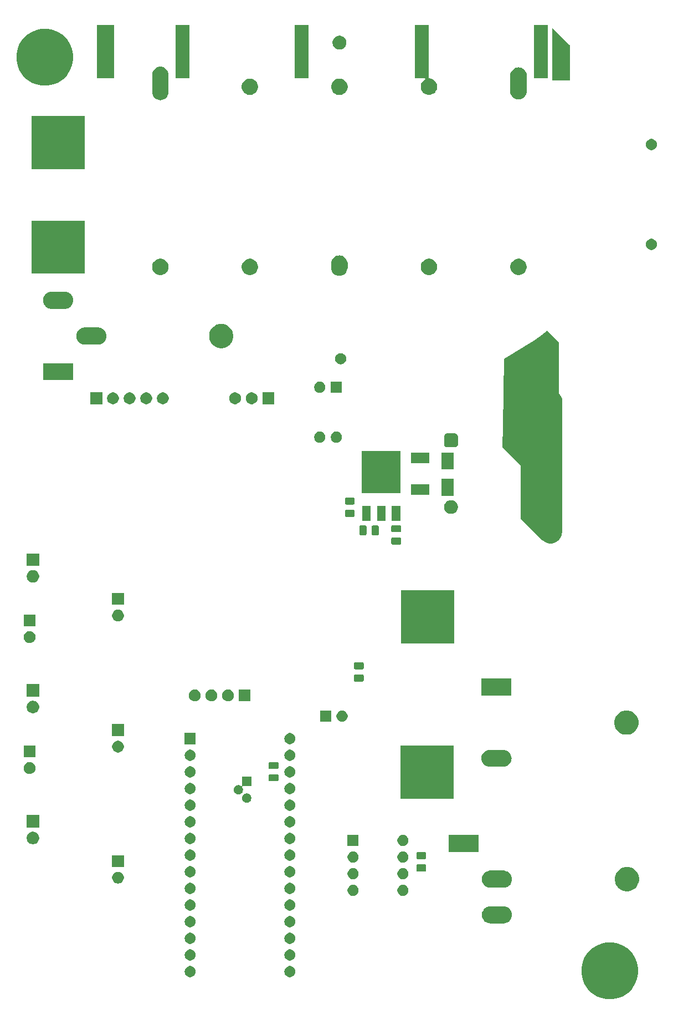
<source format=gbs>
G04 #@! TF.GenerationSoftware,KiCad,Pcbnew,5.1.5*
G04 #@! TF.CreationDate,2020-02-13T16:26:20+03:00*
G04 #@! TF.ProjectId,DC-Soft-Starter-V2,44432d53-6f66-4742-9d53-746172746572,rev?*
G04 #@! TF.SameCoordinates,Original*
G04 #@! TF.FileFunction,Soldermask,Bot*
G04 #@! TF.FilePolarity,Negative*
%FSLAX46Y46*%
G04 Gerber Fmt 4.6, Leading zero omitted, Abs format (unit mm)*
G04 Created by KiCad (PCBNEW 5.1.5) date 2020-02-13 16:26:20*
%MOMM*%
%LPD*%
G04 APERTURE LIST*
%ADD10C,0.100000*%
G04 APERTURE END LIST*
D10*
G36*
X104376156Y-152604794D02*
G01*
X105097140Y-152748206D01*
X105888972Y-153076193D01*
X106601601Y-153552357D01*
X107207643Y-154158399D01*
X107683807Y-154871028D01*
X108011794Y-155662860D01*
X108179000Y-156503464D01*
X108179000Y-157360536D01*
X108011794Y-158201140D01*
X107683807Y-158992972D01*
X107207643Y-159705601D01*
X106601601Y-160311643D01*
X105888972Y-160787807D01*
X105097140Y-161115794D01*
X104376156Y-161259206D01*
X104256537Y-161283000D01*
X103399463Y-161283000D01*
X103279844Y-161259206D01*
X102558860Y-161115794D01*
X101767028Y-160787807D01*
X101054399Y-160311643D01*
X100448357Y-159705601D01*
X99972193Y-158992972D01*
X99644206Y-158201140D01*
X99477000Y-157360536D01*
X99477000Y-156503464D01*
X99644206Y-155662860D01*
X99972193Y-154871028D01*
X100448357Y-154158399D01*
X101054399Y-153552357D01*
X101767028Y-153076193D01*
X102558860Y-152748206D01*
X103279844Y-152604794D01*
X103399463Y-152581000D01*
X104256537Y-152581000D01*
X104376156Y-152604794D01*
G37*
G36*
X55176228Y-156232503D02*
G01*
X55331100Y-156296653D01*
X55470481Y-156389785D01*
X55589015Y-156508319D01*
X55682147Y-156647700D01*
X55746297Y-156802572D01*
X55779000Y-156966984D01*
X55779000Y-157134616D01*
X55746297Y-157299028D01*
X55682147Y-157453900D01*
X55589015Y-157593281D01*
X55470481Y-157711815D01*
X55331100Y-157804947D01*
X55176228Y-157869097D01*
X55011816Y-157901800D01*
X54844184Y-157901800D01*
X54679772Y-157869097D01*
X54524900Y-157804947D01*
X54385519Y-157711815D01*
X54266985Y-157593281D01*
X54173853Y-157453900D01*
X54109703Y-157299028D01*
X54077000Y-157134616D01*
X54077000Y-156966984D01*
X54109703Y-156802572D01*
X54173853Y-156647700D01*
X54266985Y-156508319D01*
X54385519Y-156389785D01*
X54524900Y-156296653D01*
X54679772Y-156232503D01*
X54844184Y-156199800D01*
X55011816Y-156199800D01*
X55176228Y-156232503D01*
G37*
G36*
X39936228Y-156232503D02*
G01*
X40091100Y-156296653D01*
X40230481Y-156389785D01*
X40349015Y-156508319D01*
X40442147Y-156647700D01*
X40506297Y-156802572D01*
X40539000Y-156966984D01*
X40539000Y-157134616D01*
X40506297Y-157299028D01*
X40442147Y-157453900D01*
X40349015Y-157593281D01*
X40230481Y-157711815D01*
X40091100Y-157804947D01*
X39936228Y-157869097D01*
X39771816Y-157901800D01*
X39604184Y-157901800D01*
X39439772Y-157869097D01*
X39284900Y-157804947D01*
X39145519Y-157711815D01*
X39026985Y-157593281D01*
X38933853Y-157453900D01*
X38869703Y-157299028D01*
X38837000Y-157134616D01*
X38837000Y-156966984D01*
X38869703Y-156802572D01*
X38933853Y-156647700D01*
X39026985Y-156508319D01*
X39145519Y-156389785D01*
X39284900Y-156296653D01*
X39439772Y-156232503D01*
X39604184Y-156199800D01*
X39771816Y-156199800D01*
X39936228Y-156232503D01*
G37*
G36*
X55176228Y-153692503D02*
G01*
X55331100Y-153756653D01*
X55470481Y-153849785D01*
X55589015Y-153968319D01*
X55682147Y-154107700D01*
X55746297Y-154262572D01*
X55779000Y-154426984D01*
X55779000Y-154594616D01*
X55746297Y-154759028D01*
X55682147Y-154913900D01*
X55589015Y-155053281D01*
X55470481Y-155171815D01*
X55331100Y-155264947D01*
X55176228Y-155329097D01*
X55011816Y-155361800D01*
X54844184Y-155361800D01*
X54679772Y-155329097D01*
X54524900Y-155264947D01*
X54385519Y-155171815D01*
X54266985Y-155053281D01*
X54173853Y-154913900D01*
X54109703Y-154759028D01*
X54077000Y-154594616D01*
X54077000Y-154426984D01*
X54109703Y-154262572D01*
X54173853Y-154107700D01*
X54266985Y-153968319D01*
X54385519Y-153849785D01*
X54524900Y-153756653D01*
X54679772Y-153692503D01*
X54844184Y-153659800D01*
X55011816Y-153659800D01*
X55176228Y-153692503D01*
G37*
G36*
X39936228Y-153692503D02*
G01*
X40091100Y-153756653D01*
X40230481Y-153849785D01*
X40349015Y-153968319D01*
X40442147Y-154107700D01*
X40506297Y-154262572D01*
X40539000Y-154426984D01*
X40539000Y-154594616D01*
X40506297Y-154759028D01*
X40442147Y-154913900D01*
X40349015Y-155053281D01*
X40230481Y-155171815D01*
X40091100Y-155264947D01*
X39936228Y-155329097D01*
X39771816Y-155361800D01*
X39604184Y-155361800D01*
X39439772Y-155329097D01*
X39284900Y-155264947D01*
X39145519Y-155171815D01*
X39026985Y-155053281D01*
X38933853Y-154913900D01*
X38869703Y-154759028D01*
X38837000Y-154594616D01*
X38837000Y-154426984D01*
X38869703Y-154262572D01*
X38933853Y-154107700D01*
X39026985Y-153968319D01*
X39145519Y-153849785D01*
X39284900Y-153756653D01*
X39439772Y-153692503D01*
X39604184Y-153659800D01*
X39771816Y-153659800D01*
X39936228Y-153692503D01*
G37*
G36*
X55176228Y-151152503D02*
G01*
X55331100Y-151216653D01*
X55470481Y-151309785D01*
X55589015Y-151428319D01*
X55682147Y-151567700D01*
X55746297Y-151722572D01*
X55779000Y-151886984D01*
X55779000Y-152054616D01*
X55746297Y-152219028D01*
X55682147Y-152373900D01*
X55589015Y-152513281D01*
X55470481Y-152631815D01*
X55331100Y-152724947D01*
X55176228Y-152789097D01*
X55011816Y-152821800D01*
X54844184Y-152821800D01*
X54679772Y-152789097D01*
X54524900Y-152724947D01*
X54385519Y-152631815D01*
X54266985Y-152513281D01*
X54173853Y-152373900D01*
X54109703Y-152219028D01*
X54077000Y-152054616D01*
X54077000Y-151886984D01*
X54109703Y-151722572D01*
X54173853Y-151567700D01*
X54266985Y-151428319D01*
X54385519Y-151309785D01*
X54524900Y-151216653D01*
X54679772Y-151152503D01*
X54844184Y-151119800D01*
X55011816Y-151119800D01*
X55176228Y-151152503D01*
G37*
G36*
X39936228Y-151152503D02*
G01*
X40091100Y-151216653D01*
X40230481Y-151309785D01*
X40349015Y-151428319D01*
X40442147Y-151567700D01*
X40506297Y-151722572D01*
X40539000Y-151886984D01*
X40539000Y-152054616D01*
X40506297Y-152219028D01*
X40442147Y-152373900D01*
X40349015Y-152513281D01*
X40230481Y-152631815D01*
X40091100Y-152724947D01*
X39936228Y-152789097D01*
X39771816Y-152821800D01*
X39604184Y-152821800D01*
X39439772Y-152789097D01*
X39284900Y-152724947D01*
X39145519Y-152631815D01*
X39026985Y-152513281D01*
X38933853Y-152373900D01*
X38869703Y-152219028D01*
X38837000Y-152054616D01*
X38837000Y-151886984D01*
X38869703Y-151722572D01*
X38933853Y-151567700D01*
X39026985Y-151428319D01*
X39145519Y-151309785D01*
X39284900Y-151216653D01*
X39439772Y-151152503D01*
X39604184Y-151119800D01*
X39771816Y-151119800D01*
X39936228Y-151152503D01*
G37*
G36*
X39936228Y-148612503D02*
G01*
X40091100Y-148676653D01*
X40230481Y-148769785D01*
X40349015Y-148888319D01*
X40442147Y-149027700D01*
X40506297Y-149182572D01*
X40539000Y-149346984D01*
X40539000Y-149514616D01*
X40506297Y-149679028D01*
X40442147Y-149833900D01*
X40349015Y-149973281D01*
X40230481Y-150091815D01*
X40091100Y-150184947D01*
X39936228Y-150249097D01*
X39771816Y-150281800D01*
X39604184Y-150281800D01*
X39439772Y-150249097D01*
X39284900Y-150184947D01*
X39145519Y-150091815D01*
X39026985Y-149973281D01*
X38933853Y-149833900D01*
X38869703Y-149679028D01*
X38837000Y-149514616D01*
X38837000Y-149346984D01*
X38869703Y-149182572D01*
X38933853Y-149027700D01*
X39026985Y-148888319D01*
X39145519Y-148769785D01*
X39284900Y-148676653D01*
X39439772Y-148612503D01*
X39604184Y-148579800D01*
X39771816Y-148579800D01*
X39936228Y-148612503D01*
G37*
G36*
X55176228Y-148612503D02*
G01*
X55331100Y-148676653D01*
X55470481Y-148769785D01*
X55589015Y-148888319D01*
X55682147Y-149027700D01*
X55746297Y-149182572D01*
X55779000Y-149346984D01*
X55779000Y-149514616D01*
X55746297Y-149679028D01*
X55682147Y-149833900D01*
X55589015Y-149973281D01*
X55470481Y-150091815D01*
X55331100Y-150184947D01*
X55176228Y-150249097D01*
X55011816Y-150281800D01*
X54844184Y-150281800D01*
X54679772Y-150249097D01*
X54524900Y-150184947D01*
X54385519Y-150091815D01*
X54266985Y-149973281D01*
X54173853Y-149833900D01*
X54109703Y-149679028D01*
X54077000Y-149514616D01*
X54077000Y-149346984D01*
X54109703Y-149182572D01*
X54173853Y-149027700D01*
X54266985Y-148888319D01*
X54385519Y-148769785D01*
X54524900Y-148676653D01*
X54679772Y-148612503D01*
X54844184Y-148579800D01*
X55011816Y-148579800D01*
X55176228Y-148612503D01*
G37*
G36*
X87739472Y-147099212D02*
G01*
X87835040Y-147108625D01*
X88080280Y-147183018D01*
X88306294Y-147303825D01*
X88357899Y-147346176D01*
X88504397Y-147466403D01*
X88624624Y-147612901D01*
X88666975Y-147664506D01*
X88787782Y-147890520D01*
X88862175Y-148135760D01*
X88887294Y-148390800D01*
X88862175Y-148645840D01*
X88787782Y-148891080D01*
X88666975Y-149117094D01*
X88624624Y-149168699D01*
X88504397Y-149315197D01*
X88357899Y-149435424D01*
X88306294Y-149477775D01*
X88080280Y-149598582D01*
X87835040Y-149672975D01*
X87773582Y-149679028D01*
X87643906Y-149691800D01*
X85516094Y-149691800D01*
X85386418Y-149679028D01*
X85324960Y-149672975D01*
X85079720Y-149598582D01*
X84853706Y-149477775D01*
X84802101Y-149435424D01*
X84655603Y-149315197D01*
X84535376Y-149168699D01*
X84493025Y-149117094D01*
X84372218Y-148891080D01*
X84297825Y-148645840D01*
X84272706Y-148390800D01*
X84297825Y-148135760D01*
X84372218Y-147890520D01*
X84493025Y-147664506D01*
X84535376Y-147612901D01*
X84655603Y-147466403D01*
X84802101Y-147346176D01*
X84853706Y-147303825D01*
X85079720Y-147183018D01*
X85324960Y-147108625D01*
X85420528Y-147099212D01*
X85516094Y-147089800D01*
X87643906Y-147089800D01*
X87739472Y-147099212D01*
G37*
G36*
X55176228Y-146072503D02*
G01*
X55331100Y-146136653D01*
X55470481Y-146229785D01*
X55589015Y-146348319D01*
X55682147Y-146487700D01*
X55746297Y-146642572D01*
X55779000Y-146806984D01*
X55779000Y-146974616D01*
X55746297Y-147139028D01*
X55682147Y-147293900D01*
X55589015Y-147433281D01*
X55470481Y-147551815D01*
X55331100Y-147644947D01*
X55176228Y-147709097D01*
X55011816Y-147741800D01*
X54844184Y-147741800D01*
X54679772Y-147709097D01*
X54524900Y-147644947D01*
X54385519Y-147551815D01*
X54266985Y-147433281D01*
X54173853Y-147293900D01*
X54109703Y-147139028D01*
X54077000Y-146974616D01*
X54077000Y-146806984D01*
X54109703Y-146642572D01*
X54173853Y-146487700D01*
X54266985Y-146348319D01*
X54385519Y-146229785D01*
X54524900Y-146136653D01*
X54679772Y-146072503D01*
X54844184Y-146039800D01*
X55011816Y-146039800D01*
X55176228Y-146072503D01*
G37*
G36*
X39936228Y-146072503D02*
G01*
X40091100Y-146136653D01*
X40230481Y-146229785D01*
X40349015Y-146348319D01*
X40442147Y-146487700D01*
X40506297Y-146642572D01*
X40539000Y-146806984D01*
X40539000Y-146974616D01*
X40506297Y-147139028D01*
X40442147Y-147293900D01*
X40349015Y-147433281D01*
X40230481Y-147551815D01*
X40091100Y-147644947D01*
X39936228Y-147709097D01*
X39771816Y-147741800D01*
X39604184Y-147741800D01*
X39439772Y-147709097D01*
X39284900Y-147644947D01*
X39145519Y-147551815D01*
X39026985Y-147433281D01*
X38933853Y-147293900D01*
X38869703Y-147139028D01*
X38837000Y-146974616D01*
X38837000Y-146806984D01*
X38869703Y-146642572D01*
X38933853Y-146487700D01*
X39026985Y-146348319D01*
X39145519Y-146229785D01*
X39284900Y-146136653D01*
X39439772Y-146072503D01*
X39604184Y-146039800D01*
X39771816Y-146039800D01*
X39936228Y-146072503D01*
G37*
G36*
X72453228Y-143830503D02*
G01*
X72608100Y-143894653D01*
X72747481Y-143987785D01*
X72866015Y-144106319D01*
X72959147Y-144245700D01*
X73023297Y-144400572D01*
X73056000Y-144564984D01*
X73056000Y-144732616D01*
X73023297Y-144897028D01*
X72959147Y-145051900D01*
X72866015Y-145191281D01*
X72747481Y-145309815D01*
X72608100Y-145402947D01*
X72453228Y-145467097D01*
X72288816Y-145499800D01*
X72121184Y-145499800D01*
X71956772Y-145467097D01*
X71801900Y-145402947D01*
X71662519Y-145309815D01*
X71543985Y-145191281D01*
X71450853Y-145051900D01*
X71386703Y-144897028D01*
X71354000Y-144732616D01*
X71354000Y-144564984D01*
X71386703Y-144400572D01*
X71450853Y-144245700D01*
X71543985Y-144106319D01*
X71662519Y-143987785D01*
X71801900Y-143894653D01*
X71956772Y-143830503D01*
X72121184Y-143797800D01*
X72288816Y-143797800D01*
X72453228Y-143830503D01*
G37*
G36*
X64833228Y-143830503D02*
G01*
X64988100Y-143894653D01*
X65127481Y-143987785D01*
X65246015Y-144106319D01*
X65339147Y-144245700D01*
X65403297Y-144400572D01*
X65436000Y-144564984D01*
X65436000Y-144732616D01*
X65403297Y-144897028D01*
X65339147Y-145051900D01*
X65246015Y-145191281D01*
X65127481Y-145309815D01*
X64988100Y-145402947D01*
X64833228Y-145467097D01*
X64668816Y-145499800D01*
X64501184Y-145499800D01*
X64336772Y-145467097D01*
X64181900Y-145402947D01*
X64042519Y-145309815D01*
X63923985Y-145191281D01*
X63830853Y-145051900D01*
X63766703Y-144897028D01*
X63734000Y-144732616D01*
X63734000Y-144564984D01*
X63766703Y-144400572D01*
X63830853Y-144245700D01*
X63923985Y-144106319D01*
X64042519Y-143987785D01*
X64181900Y-143894653D01*
X64336772Y-143830503D01*
X64501184Y-143797800D01*
X64668816Y-143797800D01*
X64833228Y-143830503D01*
G37*
G36*
X39936228Y-143532503D02*
G01*
X40091100Y-143596653D01*
X40230481Y-143689785D01*
X40349015Y-143808319D01*
X40442147Y-143947700D01*
X40506297Y-144102572D01*
X40539000Y-144266984D01*
X40539000Y-144434616D01*
X40506297Y-144599028D01*
X40442147Y-144753900D01*
X40349015Y-144893281D01*
X40230481Y-145011815D01*
X40091100Y-145104947D01*
X39936228Y-145169097D01*
X39771816Y-145201800D01*
X39604184Y-145201800D01*
X39439772Y-145169097D01*
X39284900Y-145104947D01*
X39145519Y-145011815D01*
X39026985Y-144893281D01*
X38933853Y-144753900D01*
X38869703Y-144599028D01*
X38837000Y-144434616D01*
X38837000Y-144266984D01*
X38869703Y-144102572D01*
X38933853Y-143947700D01*
X39026985Y-143808319D01*
X39145519Y-143689785D01*
X39284900Y-143596653D01*
X39439772Y-143532503D01*
X39604184Y-143499800D01*
X39771816Y-143499800D01*
X39936228Y-143532503D01*
G37*
G36*
X55176228Y-143532503D02*
G01*
X55331100Y-143596653D01*
X55470481Y-143689785D01*
X55589015Y-143808319D01*
X55682147Y-143947700D01*
X55746297Y-144102572D01*
X55779000Y-144266984D01*
X55779000Y-144434616D01*
X55746297Y-144599028D01*
X55682147Y-144753900D01*
X55589015Y-144893281D01*
X55470481Y-145011815D01*
X55331100Y-145104947D01*
X55176228Y-145169097D01*
X55011816Y-145201800D01*
X54844184Y-145201800D01*
X54679772Y-145169097D01*
X54524900Y-145104947D01*
X54385519Y-145011815D01*
X54266985Y-144893281D01*
X54173853Y-144753900D01*
X54109703Y-144599028D01*
X54077000Y-144434616D01*
X54077000Y-144266984D01*
X54109703Y-144102572D01*
X54173853Y-143947700D01*
X54266985Y-143808319D01*
X54385519Y-143689785D01*
X54524900Y-143596653D01*
X54679772Y-143532503D01*
X54844184Y-143499800D01*
X55011816Y-143499800D01*
X55176228Y-143532503D01*
G37*
G36*
X106801112Y-141125366D02*
G01*
X106979917Y-141160933D01*
X107119448Y-141218729D01*
X107316776Y-141300464D01*
X107619943Y-141503034D01*
X107877766Y-141760857D01*
X108080336Y-142064024D01*
X108133600Y-142192615D01*
X108201702Y-142357028D01*
X108219867Y-142400884D01*
X108291000Y-142758491D01*
X108291000Y-143123109D01*
X108286927Y-143143584D01*
X108219867Y-143480717D01*
X108177427Y-143583176D01*
X108080336Y-143817576D01*
X107877766Y-144120743D01*
X107619943Y-144378566D01*
X107316776Y-144581136D01*
X107119448Y-144662871D01*
X106979917Y-144720667D01*
X106919850Y-144732615D01*
X106622309Y-144791800D01*
X106257691Y-144791800D01*
X105960150Y-144732615D01*
X105900083Y-144720667D01*
X105760552Y-144662871D01*
X105563224Y-144581136D01*
X105260057Y-144378566D01*
X105002234Y-144120743D01*
X104799664Y-143817576D01*
X104702573Y-143583176D01*
X104660133Y-143480717D01*
X104593073Y-143143584D01*
X104589000Y-143123109D01*
X104589000Y-142758491D01*
X104660133Y-142400884D01*
X104678299Y-142357028D01*
X104746400Y-142192615D01*
X104799664Y-142064024D01*
X105002234Y-141760857D01*
X105260057Y-141503034D01*
X105563224Y-141300464D01*
X105760552Y-141218729D01*
X105900083Y-141160933D01*
X106078888Y-141125366D01*
X106257691Y-141089800D01*
X106622309Y-141089800D01*
X106801112Y-141125366D01*
G37*
G36*
X87677797Y-141643138D02*
G01*
X87835040Y-141658625D01*
X88080280Y-141733018D01*
X88080282Y-141733019D01*
X88142799Y-141766435D01*
X88306294Y-141853825D01*
X88314515Y-141860572D01*
X88504397Y-142016403D01*
X88624624Y-142162901D01*
X88666975Y-142214506D01*
X88787782Y-142440520D01*
X88862175Y-142685760D01*
X88887294Y-142940800D01*
X88862175Y-143195840D01*
X88787782Y-143441080D01*
X88666975Y-143667094D01*
X88648353Y-143689785D01*
X88504397Y-143865197D01*
X88357899Y-143985424D01*
X88306294Y-144027775D01*
X88080280Y-144148582D01*
X87835040Y-144222975D01*
X87739473Y-144232387D01*
X87643906Y-144241800D01*
X85516094Y-144241800D01*
X85420527Y-144232387D01*
X85324960Y-144222975D01*
X85079720Y-144148582D01*
X84853706Y-144027775D01*
X84802101Y-143985424D01*
X84655603Y-143865197D01*
X84511647Y-143689785D01*
X84493025Y-143667094D01*
X84372218Y-143441080D01*
X84297825Y-143195840D01*
X84272706Y-142940800D01*
X84297825Y-142685760D01*
X84372218Y-142440520D01*
X84493025Y-142214506D01*
X84535376Y-142162901D01*
X84655603Y-142016403D01*
X84845485Y-141860572D01*
X84853706Y-141853825D01*
X85017201Y-141766435D01*
X85079718Y-141733019D01*
X85079720Y-141733018D01*
X85324960Y-141658625D01*
X85482203Y-141643138D01*
X85516094Y-141639800D01*
X87643906Y-141639800D01*
X87677797Y-141643138D01*
G37*
G36*
X28767512Y-141820727D02*
G01*
X28916812Y-141850424D01*
X29080784Y-141918344D01*
X29228354Y-142016947D01*
X29353853Y-142142446D01*
X29452456Y-142290016D01*
X29520376Y-142453988D01*
X29555000Y-142628059D01*
X29555000Y-142805541D01*
X29520376Y-142979612D01*
X29452456Y-143143584D01*
X29353853Y-143291154D01*
X29228354Y-143416653D01*
X29080784Y-143515256D01*
X28916812Y-143583176D01*
X28767512Y-143612873D01*
X28742742Y-143617800D01*
X28565258Y-143617800D01*
X28540488Y-143612873D01*
X28391188Y-143583176D01*
X28227216Y-143515256D01*
X28079646Y-143416653D01*
X27954147Y-143291154D01*
X27855544Y-143143584D01*
X27787624Y-142979612D01*
X27753000Y-142805541D01*
X27753000Y-142628059D01*
X27787624Y-142453988D01*
X27855544Y-142290016D01*
X27954147Y-142142446D01*
X28079646Y-142016947D01*
X28227216Y-141918344D01*
X28391188Y-141850424D01*
X28540488Y-141820727D01*
X28565258Y-141815800D01*
X28742742Y-141815800D01*
X28767512Y-141820727D01*
G37*
G36*
X72453228Y-141290503D02*
G01*
X72608100Y-141354653D01*
X72747481Y-141447785D01*
X72866015Y-141566319D01*
X72959147Y-141705700D01*
X73023297Y-141860572D01*
X73056000Y-142024984D01*
X73056000Y-142192616D01*
X73023297Y-142357028D01*
X72959147Y-142511900D01*
X72866015Y-142651281D01*
X72747481Y-142769815D01*
X72608100Y-142862947D01*
X72453228Y-142927097D01*
X72288816Y-142959800D01*
X72121184Y-142959800D01*
X71956772Y-142927097D01*
X71801900Y-142862947D01*
X71662519Y-142769815D01*
X71543985Y-142651281D01*
X71450853Y-142511900D01*
X71386703Y-142357028D01*
X71354000Y-142192616D01*
X71354000Y-142024984D01*
X71386703Y-141860572D01*
X71450853Y-141705700D01*
X71543985Y-141566319D01*
X71662519Y-141447785D01*
X71801900Y-141354653D01*
X71956772Y-141290503D01*
X72121184Y-141257800D01*
X72288816Y-141257800D01*
X72453228Y-141290503D01*
G37*
G36*
X64833228Y-141290503D02*
G01*
X64988100Y-141354653D01*
X65127481Y-141447785D01*
X65246015Y-141566319D01*
X65339147Y-141705700D01*
X65403297Y-141860572D01*
X65436000Y-142024984D01*
X65436000Y-142192616D01*
X65403297Y-142357028D01*
X65339147Y-142511900D01*
X65246015Y-142651281D01*
X65127481Y-142769815D01*
X64988100Y-142862947D01*
X64833228Y-142927097D01*
X64668816Y-142959800D01*
X64501184Y-142959800D01*
X64336772Y-142927097D01*
X64181900Y-142862947D01*
X64042519Y-142769815D01*
X63923985Y-142651281D01*
X63830853Y-142511900D01*
X63766703Y-142357028D01*
X63734000Y-142192616D01*
X63734000Y-142024984D01*
X63766703Y-141860572D01*
X63830853Y-141705700D01*
X63923985Y-141566319D01*
X64042519Y-141447785D01*
X64181900Y-141354653D01*
X64336772Y-141290503D01*
X64501184Y-141257800D01*
X64668816Y-141257800D01*
X64833228Y-141290503D01*
G37*
G36*
X55176228Y-140992503D02*
G01*
X55331100Y-141056653D01*
X55470481Y-141149785D01*
X55589015Y-141268319D01*
X55682147Y-141407700D01*
X55746297Y-141562572D01*
X55779000Y-141726984D01*
X55779000Y-141894616D01*
X55746297Y-142059028D01*
X55682147Y-142213900D01*
X55589015Y-142353281D01*
X55470481Y-142471815D01*
X55331100Y-142564947D01*
X55176228Y-142629097D01*
X55011816Y-142661800D01*
X54844184Y-142661800D01*
X54679772Y-142629097D01*
X54524900Y-142564947D01*
X54385519Y-142471815D01*
X54266985Y-142353281D01*
X54173853Y-142213900D01*
X54109703Y-142059028D01*
X54077000Y-141894616D01*
X54077000Y-141726984D01*
X54109703Y-141562572D01*
X54173853Y-141407700D01*
X54266985Y-141268319D01*
X54385519Y-141149785D01*
X54524900Y-141056653D01*
X54679772Y-140992503D01*
X54844184Y-140959800D01*
X55011816Y-140959800D01*
X55176228Y-140992503D01*
G37*
G36*
X39936228Y-140992503D02*
G01*
X40091100Y-141056653D01*
X40230481Y-141149785D01*
X40349015Y-141268319D01*
X40442147Y-141407700D01*
X40506297Y-141562572D01*
X40539000Y-141726984D01*
X40539000Y-141894616D01*
X40506297Y-142059028D01*
X40442147Y-142213900D01*
X40349015Y-142353281D01*
X40230481Y-142471815D01*
X40091100Y-142564947D01*
X39936228Y-142629097D01*
X39771816Y-142661800D01*
X39604184Y-142661800D01*
X39439772Y-142629097D01*
X39284900Y-142564947D01*
X39145519Y-142471815D01*
X39026985Y-142353281D01*
X38933853Y-142213900D01*
X38869703Y-142059028D01*
X38837000Y-141894616D01*
X38837000Y-141726984D01*
X38869703Y-141562572D01*
X38933853Y-141407700D01*
X39026985Y-141268319D01*
X39145519Y-141149785D01*
X39284900Y-141056653D01*
X39439772Y-140992503D01*
X39604184Y-140959800D01*
X39771816Y-140959800D01*
X39936228Y-140992503D01*
G37*
G36*
X75583468Y-140698565D02*
G01*
X75622138Y-140710296D01*
X75657777Y-140729346D01*
X75689017Y-140754983D01*
X75714654Y-140786223D01*
X75733704Y-140821862D01*
X75745435Y-140860532D01*
X75750000Y-140906888D01*
X75750000Y-141558112D01*
X75745435Y-141604468D01*
X75733704Y-141643138D01*
X75714654Y-141678777D01*
X75689017Y-141710017D01*
X75657777Y-141735654D01*
X75622138Y-141754704D01*
X75583468Y-141766435D01*
X75537112Y-141771000D01*
X74460888Y-141771000D01*
X74414532Y-141766435D01*
X74375862Y-141754704D01*
X74340223Y-141735654D01*
X74308983Y-141710017D01*
X74283346Y-141678777D01*
X74264296Y-141643138D01*
X74252565Y-141604468D01*
X74248000Y-141558112D01*
X74248000Y-140906888D01*
X74252565Y-140860532D01*
X74264296Y-140821862D01*
X74283346Y-140786223D01*
X74308983Y-140754983D01*
X74340223Y-140729346D01*
X74375862Y-140710296D01*
X74414532Y-140698565D01*
X74460888Y-140694000D01*
X75537112Y-140694000D01*
X75583468Y-140698565D01*
G37*
G36*
X29555000Y-141077800D02*
G01*
X27753000Y-141077800D01*
X27753000Y-139275800D01*
X29555000Y-139275800D01*
X29555000Y-141077800D01*
G37*
G36*
X64833228Y-138750503D02*
G01*
X64988100Y-138814653D01*
X65127481Y-138907785D01*
X65246015Y-139026319D01*
X65339147Y-139165700D01*
X65403297Y-139320572D01*
X65436000Y-139484984D01*
X65436000Y-139652616D01*
X65403297Y-139817028D01*
X65339147Y-139971900D01*
X65246015Y-140111281D01*
X65127481Y-140229815D01*
X64988100Y-140322947D01*
X64833228Y-140387097D01*
X64668816Y-140419800D01*
X64501184Y-140419800D01*
X64336772Y-140387097D01*
X64181900Y-140322947D01*
X64042519Y-140229815D01*
X63923985Y-140111281D01*
X63830853Y-139971900D01*
X63766703Y-139817028D01*
X63734000Y-139652616D01*
X63734000Y-139484984D01*
X63766703Y-139320572D01*
X63830853Y-139165700D01*
X63923985Y-139026319D01*
X64042519Y-138907785D01*
X64181900Y-138814653D01*
X64336772Y-138750503D01*
X64501184Y-138717800D01*
X64668816Y-138717800D01*
X64833228Y-138750503D01*
G37*
G36*
X72453228Y-138750503D02*
G01*
X72608100Y-138814653D01*
X72747481Y-138907785D01*
X72866015Y-139026319D01*
X72959147Y-139165700D01*
X73023297Y-139320572D01*
X73056000Y-139484984D01*
X73056000Y-139652616D01*
X73023297Y-139817028D01*
X72959147Y-139971900D01*
X72866015Y-140111281D01*
X72747481Y-140229815D01*
X72608100Y-140322947D01*
X72453228Y-140387097D01*
X72288816Y-140419800D01*
X72121184Y-140419800D01*
X71956772Y-140387097D01*
X71801900Y-140322947D01*
X71662519Y-140229815D01*
X71543985Y-140111281D01*
X71450853Y-139971900D01*
X71386703Y-139817028D01*
X71354000Y-139652616D01*
X71354000Y-139484984D01*
X71386703Y-139320572D01*
X71450853Y-139165700D01*
X71543985Y-139026319D01*
X71662519Y-138907785D01*
X71801900Y-138814653D01*
X71956772Y-138750503D01*
X72121184Y-138717800D01*
X72288816Y-138717800D01*
X72453228Y-138750503D01*
G37*
G36*
X55176228Y-138452503D02*
G01*
X55331100Y-138516653D01*
X55470481Y-138609785D01*
X55589015Y-138728319D01*
X55682147Y-138867700D01*
X55746297Y-139022572D01*
X55779000Y-139186984D01*
X55779000Y-139354616D01*
X55746297Y-139519028D01*
X55682147Y-139673900D01*
X55589015Y-139813281D01*
X55470481Y-139931815D01*
X55331100Y-140024947D01*
X55176228Y-140089097D01*
X55011816Y-140121800D01*
X54844184Y-140121800D01*
X54679772Y-140089097D01*
X54524900Y-140024947D01*
X54385519Y-139931815D01*
X54266985Y-139813281D01*
X54173853Y-139673900D01*
X54109703Y-139519028D01*
X54077000Y-139354616D01*
X54077000Y-139186984D01*
X54109703Y-139022572D01*
X54173853Y-138867700D01*
X54266985Y-138728319D01*
X54385519Y-138609785D01*
X54524900Y-138516653D01*
X54679772Y-138452503D01*
X54844184Y-138419800D01*
X55011816Y-138419800D01*
X55176228Y-138452503D01*
G37*
G36*
X39936228Y-138452503D02*
G01*
X40091100Y-138516653D01*
X40230481Y-138609785D01*
X40349015Y-138728319D01*
X40442147Y-138867700D01*
X40506297Y-139022572D01*
X40539000Y-139186984D01*
X40539000Y-139354616D01*
X40506297Y-139519028D01*
X40442147Y-139673900D01*
X40349015Y-139813281D01*
X40230481Y-139931815D01*
X40091100Y-140024947D01*
X39936228Y-140089097D01*
X39771816Y-140121800D01*
X39604184Y-140121800D01*
X39439772Y-140089097D01*
X39284900Y-140024947D01*
X39145519Y-139931815D01*
X39026985Y-139813281D01*
X38933853Y-139673900D01*
X38869703Y-139519028D01*
X38837000Y-139354616D01*
X38837000Y-139186984D01*
X38869703Y-139022572D01*
X38933853Y-138867700D01*
X39026985Y-138728319D01*
X39145519Y-138609785D01*
X39284900Y-138516653D01*
X39439772Y-138452503D01*
X39604184Y-138419800D01*
X39771816Y-138419800D01*
X39936228Y-138452503D01*
G37*
G36*
X75583468Y-138823565D02*
G01*
X75622138Y-138835296D01*
X75657777Y-138854346D01*
X75689017Y-138879983D01*
X75714654Y-138911223D01*
X75733704Y-138946862D01*
X75745435Y-138985532D01*
X75750000Y-139031888D01*
X75750000Y-139683112D01*
X75745435Y-139729468D01*
X75733704Y-139768138D01*
X75714654Y-139803777D01*
X75689017Y-139835017D01*
X75657777Y-139860654D01*
X75622138Y-139879704D01*
X75583468Y-139891435D01*
X75537112Y-139896000D01*
X74460888Y-139896000D01*
X74414532Y-139891435D01*
X74375862Y-139879704D01*
X74340223Y-139860654D01*
X74308983Y-139835017D01*
X74283346Y-139803777D01*
X74264296Y-139768138D01*
X74252565Y-139729468D01*
X74248000Y-139683112D01*
X74248000Y-139031888D01*
X74252565Y-138985532D01*
X74264296Y-138946862D01*
X74283346Y-138911223D01*
X74308983Y-138879983D01*
X74340223Y-138854346D01*
X74375862Y-138835296D01*
X74414532Y-138823565D01*
X74460888Y-138819000D01*
X75537112Y-138819000D01*
X75583468Y-138823565D01*
G37*
G36*
X83801000Y-138791800D02*
G01*
X79199000Y-138791800D01*
X79199000Y-136189800D01*
X83801000Y-136189800D01*
X83801000Y-138791800D01*
G37*
G36*
X72453228Y-136210503D02*
G01*
X72608100Y-136274653D01*
X72747481Y-136367785D01*
X72866015Y-136486319D01*
X72959147Y-136625700D01*
X73023297Y-136780572D01*
X73056000Y-136944984D01*
X73056000Y-137112616D01*
X73023297Y-137277028D01*
X72959147Y-137431900D01*
X72866015Y-137571281D01*
X72747481Y-137689815D01*
X72608100Y-137782947D01*
X72453228Y-137847097D01*
X72288816Y-137879800D01*
X72121184Y-137879800D01*
X71956772Y-137847097D01*
X71801900Y-137782947D01*
X71662519Y-137689815D01*
X71543985Y-137571281D01*
X71450853Y-137431900D01*
X71386703Y-137277028D01*
X71354000Y-137112616D01*
X71354000Y-136944984D01*
X71386703Y-136780572D01*
X71450853Y-136625700D01*
X71543985Y-136486319D01*
X71662519Y-136367785D01*
X71801900Y-136274653D01*
X71956772Y-136210503D01*
X72121184Y-136177800D01*
X72288816Y-136177800D01*
X72453228Y-136210503D01*
G37*
G36*
X65436000Y-137879800D02*
G01*
X63734000Y-137879800D01*
X63734000Y-136177800D01*
X65436000Y-136177800D01*
X65436000Y-137879800D01*
G37*
G36*
X15917395Y-135746346D02*
G01*
X16090466Y-135818034D01*
X16090467Y-135818035D01*
X16246227Y-135922110D01*
X16378690Y-136054573D01*
X16378691Y-136054575D01*
X16482766Y-136210334D01*
X16554454Y-136383405D01*
X16591000Y-136567133D01*
X16591000Y-136754467D01*
X16554454Y-136938195D01*
X16482766Y-137111266D01*
X16481864Y-137112616D01*
X16378690Y-137267027D01*
X16246227Y-137399490D01*
X16197726Y-137431897D01*
X16090466Y-137503566D01*
X15917395Y-137575254D01*
X15733667Y-137611800D01*
X15546333Y-137611800D01*
X15362605Y-137575254D01*
X15189534Y-137503566D01*
X15082274Y-137431897D01*
X15033773Y-137399490D01*
X14901310Y-137267027D01*
X14798136Y-137112616D01*
X14797234Y-137111266D01*
X14725546Y-136938195D01*
X14689000Y-136754467D01*
X14689000Y-136567133D01*
X14725546Y-136383405D01*
X14797234Y-136210334D01*
X14901309Y-136054575D01*
X14901310Y-136054573D01*
X15033773Y-135922110D01*
X15189533Y-135818035D01*
X15189534Y-135818034D01*
X15362605Y-135746346D01*
X15546333Y-135709800D01*
X15733667Y-135709800D01*
X15917395Y-135746346D01*
G37*
G36*
X39936228Y-135912503D02*
G01*
X40091100Y-135976653D01*
X40230481Y-136069785D01*
X40349015Y-136188319D01*
X40442147Y-136327700D01*
X40506297Y-136482572D01*
X40539000Y-136646984D01*
X40539000Y-136814616D01*
X40506297Y-136979028D01*
X40442147Y-137133900D01*
X40349015Y-137273281D01*
X40230481Y-137391815D01*
X40091100Y-137484947D01*
X39936228Y-137549097D01*
X39771816Y-137581800D01*
X39604184Y-137581800D01*
X39439772Y-137549097D01*
X39284900Y-137484947D01*
X39145519Y-137391815D01*
X39026985Y-137273281D01*
X38933853Y-137133900D01*
X38869703Y-136979028D01*
X38837000Y-136814616D01*
X38837000Y-136646984D01*
X38869703Y-136482572D01*
X38933853Y-136327700D01*
X39026985Y-136188319D01*
X39145519Y-136069785D01*
X39284900Y-135976653D01*
X39439772Y-135912503D01*
X39604184Y-135879800D01*
X39771816Y-135879800D01*
X39936228Y-135912503D01*
G37*
G36*
X55176228Y-135912503D02*
G01*
X55331100Y-135976653D01*
X55470481Y-136069785D01*
X55589015Y-136188319D01*
X55682147Y-136327700D01*
X55746297Y-136482572D01*
X55779000Y-136646984D01*
X55779000Y-136814616D01*
X55746297Y-136979028D01*
X55682147Y-137133900D01*
X55589015Y-137273281D01*
X55470481Y-137391815D01*
X55331100Y-137484947D01*
X55176228Y-137549097D01*
X55011816Y-137581800D01*
X54844184Y-137581800D01*
X54679772Y-137549097D01*
X54524900Y-137484947D01*
X54385519Y-137391815D01*
X54266985Y-137273281D01*
X54173853Y-137133900D01*
X54109703Y-136979028D01*
X54077000Y-136814616D01*
X54077000Y-136646984D01*
X54109703Y-136482572D01*
X54173853Y-136327700D01*
X54266985Y-136188319D01*
X54385519Y-136069785D01*
X54524900Y-135976653D01*
X54679772Y-135912503D01*
X54844184Y-135879800D01*
X55011816Y-135879800D01*
X55176228Y-135912503D01*
G37*
G36*
X16591000Y-135071800D02*
G01*
X14689000Y-135071800D01*
X14689000Y-133169800D01*
X16591000Y-133169800D01*
X16591000Y-135071800D01*
G37*
G36*
X55176228Y-133372503D02*
G01*
X55331100Y-133436653D01*
X55470481Y-133529785D01*
X55589015Y-133648319D01*
X55682147Y-133787700D01*
X55746297Y-133942572D01*
X55779000Y-134106984D01*
X55779000Y-134274616D01*
X55746297Y-134439028D01*
X55682147Y-134593900D01*
X55589015Y-134733281D01*
X55470481Y-134851815D01*
X55331100Y-134944947D01*
X55176228Y-135009097D01*
X55011816Y-135041800D01*
X54844184Y-135041800D01*
X54679772Y-135009097D01*
X54524900Y-134944947D01*
X54385519Y-134851815D01*
X54266985Y-134733281D01*
X54173853Y-134593900D01*
X54109703Y-134439028D01*
X54077000Y-134274616D01*
X54077000Y-134106984D01*
X54109703Y-133942572D01*
X54173853Y-133787700D01*
X54266985Y-133648319D01*
X54385519Y-133529785D01*
X54524900Y-133436653D01*
X54679772Y-133372503D01*
X54844184Y-133339800D01*
X55011816Y-133339800D01*
X55176228Y-133372503D01*
G37*
G36*
X39936228Y-133372503D02*
G01*
X40091100Y-133436653D01*
X40230481Y-133529785D01*
X40349015Y-133648319D01*
X40442147Y-133787700D01*
X40506297Y-133942572D01*
X40539000Y-134106984D01*
X40539000Y-134274616D01*
X40506297Y-134439028D01*
X40442147Y-134593900D01*
X40349015Y-134733281D01*
X40230481Y-134851815D01*
X40091100Y-134944947D01*
X39936228Y-135009097D01*
X39771816Y-135041800D01*
X39604184Y-135041800D01*
X39439772Y-135009097D01*
X39284900Y-134944947D01*
X39145519Y-134851815D01*
X39026985Y-134733281D01*
X38933853Y-134593900D01*
X38869703Y-134439028D01*
X38837000Y-134274616D01*
X38837000Y-134106984D01*
X38869703Y-133942572D01*
X38933853Y-133787700D01*
X39026985Y-133648319D01*
X39145519Y-133529785D01*
X39284900Y-133436653D01*
X39439772Y-133372503D01*
X39604184Y-133339800D01*
X39771816Y-133339800D01*
X39936228Y-133372503D01*
G37*
G36*
X55176228Y-130832503D02*
G01*
X55331100Y-130896653D01*
X55470481Y-130989785D01*
X55589015Y-131108319D01*
X55682147Y-131247700D01*
X55746297Y-131402572D01*
X55779000Y-131566984D01*
X55779000Y-131734616D01*
X55746297Y-131899028D01*
X55682147Y-132053900D01*
X55589015Y-132193281D01*
X55470481Y-132311815D01*
X55331100Y-132404947D01*
X55176228Y-132469097D01*
X55011816Y-132501800D01*
X54844184Y-132501800D01*
X54679772Y-132469097D01*
X54524900Y-132404947D01*
X54385519Y-132311815D01*
X54266985Y-132193281D01*
X54173853Y-132053900D01*
X54109703Y-131899028D01*
X54077000Y-131734616D01*
X54077000Y-131566984D01*
X54109703Y-131402572D01*
X54173853Y-131247700D01*
X54266985Y-131108319D01*
X54385519Y-130989785D01*
X54524900Y-130896653D01*
X54679772Y-130832503D01*
X54844184Y-130799800D01*
X55011816Y-130799800D01*
X55176228Y-130832503D01*
G37*
G36*
X39936228Y-130832503D02*
G01*
X40091100Y-130896653D01*
X40230481Y-130989785D01*
X40349015Y-131108319D01*
X40442147Y-131247700D01*
X40506297Y-131402572D01*
X40539000Y-131566984D01*
X40539000Y-131734616D01*
X40506297Y-131899028D01*
X40442147Y-132053900D01*
X40349015Y-132193281D01*
X40230481Y-132311815D01*
X40091100Y-132404947D01*
X39936228Y-132469097D01*
X39771816Y-132501800D01*
X39604184Y-132501800D01*
X39439772Y-132469097D01*
X39284900Y-132404947D01*
X39145519Y-132311815D01*
X39026985Y-132193281D01*
X38933853Y-132053900D01*
X38869703Y-131899028D01*
X38837000Y-131734616D01*
X38837000Y-131566984D01*
X38869703Y-131402572D01*
X38933853Y-131247700D01*
X39026985Y-131108319D01*
X39145519Y-130989785D01*
X39284900Y-130896653D01*
X39439772Y-130832503D01*
X39604184Y-130799800D01*
X39771816Y-130799800D01*
X39936228Y-130832503D01*
G37*
G36*
X48533473Y-129892738D02*
G01*
X48661049Y-129945582D01*
X48775859Y-130022295D01*
X48873505Y-130119941D01*
X48950218Y-130234751D01*
X49003062Y-130362327D01*
X49030000Y-130497756D01*
X49030000Y-130635844D01*
X49003062Y-130771273D01*
X48950218Y-130898849D01*
X48873505Y-131013659D01*
X48775859Y-131111305D01*
X48661049Y-131188018D01*
X48533473Y-131240862D01*
X48398044Y-131267800D01*
X48259956Y-131267800D01*
X48124527Y-131240862D01*
X47996951Y-131188018D01*
X47882141Y-131111305D01*
X47784495Y-131013659D01*
X47707782Y-130898849D01*
X47654938Y-130771273D01*
X47628000Y-130635844D01*
X47628000Y-130497756D01*
X47654938Y-130362327D01*
X47707782Y-130234751D01*
X47784495Y-130119941D01*
X47882141Y-130022295D01*
X47996951Y-129945582D01*
X48124527Y-129892738D01*
X48259956Y-129865800D01*
X48398044Y-129865800D01*
X48533473Y-129892738D01*
G37*
G36*
X79924000Y-130674800D02*
G01*
X71822000Y-130674800D01*
X71822000Y-122572800D01*
X79924000Y-122572800D01*
X79924000Y-130674800D01*
G37*
G36*
X49030000Y-128727800D02*
G01*
X47755749Y-128727800D01*
X47731363Y-128730202D01*
X47707914Y-128737315D01*
X47686303Y-128748866D01*
X47667361Y-128764411D01*
X47651816Y-128783353D01*
X47640265Y-128804964D01*
X47633152Y-128828413D01*
X47630750Y-128852799D01*
X47633152Y-128877185D01*
X47640265Y-128900634D01*
X47651816Y-128922244D01*
X47680218Y-128964751D01*
X47733062Y-129092327D01*
X47760000Y-129227756D01*
X47760000Y-129365844D01*
X47733062Y-129501273D01*
X47680218Y-129628849D01*
X47603505Y-129743659D01*
X47505859Y-129841305D01*
X47391049Y-129918018D01*
X47263473Y-129970862D01*
X47128044Y-129997800D01*
X46989956Y-129997800D01*
X46854527Y-129970862D01*
X46726951Y-129918018D01*
X46612141Y-129841305D01*
X46514495Y-129743659D01*
X46437782Y-129628849D01*
X46384938Y-129501273D01*
X46358000Y-129365844D01*
X46358000Y-129227756D01*
X46384938Y-129092327D01*
X46437782Y-128964751D01*
X46514495Y-128849941D01*
X46612141Y-128752295D01*
X46726951Y-128675582D01*
X46854527Y-128622738D01*
X46989956Y-128595800D01*
X47128044Y-128595800D01*
X47263473Y-128622738D01*
X47391049Y-128675582D01*
X47433556Y-128703984D01*
X47455167Y-128715535D01*
X47478616Y-128722648D01*
X47503002Y-128725050D01*
X47527388Y-128722648D01*
X47550837Y-128715535D01*
X47572447Y-128703983D01*
X47591389Y-128688438D01*
X47606934Y-128669496D01*
X47618485Y-128647885D01*
X47625598Y-128624436D01*
X47628000Y-128600051D01*
X47628000Y-127325800D01*
X49030000Y-127325800D01*
X49030000Y-128727800D01*
G37*
G36*
X55176228Y-128292503D02*
G01*
X55331100Y-128356653D01*
X55470481Y-128449785D01*
X55589015Y-128568319D01*
X55682147Y-128707700D01*
X55746297Y-128862572D01*
X55779000Y-129026984D01*
X55779000Y-129194616D01*
X55746297Y-129359028D01*
X55682147Y-129513900D01*
X55589015Y-129653281D01*
X55470481Y-129771815D01*
X55331100Y-129864947D01*
X55176228Y-129929097D01*
X55011816Y-129961800D01*
X54844184Y-129961800D01*
X54679772Y-129929097D01*
X54524900Y-129864947D01*
X54385519Y-129771815D01*
X54266985Y-129653281D01*
X54173853Y-129513900D01*
X54109703Y-129359028D01*
X54077000Y-129194616D01*
X54077000Y-129026984D01*
X54109703Y-128862572D01*
X54173853Y-128707700D01*
X54266985Y-128568319D01*
X54385519Y-128449785D01*
X54524900Y-128356653D01*
X54679772Y-128292503D01*
X54844184Y-128259800D01*
X55011816Y-128259800D01*
X55176228Y-128292503D01*
G37*
G36*
X39936228Y-128292503D02*
G01*
X40091100Y-128356653D01*
X40230481Y-128449785D01*
X40349015Y-128568319D01*
X40442147Y-128707700D01*
X40506297Y-128862572D01*
X40539000Y-129026984D01*
X40539000Y-129194616D01*
X40506297Y-129359028D01*
X40442147Y-129513900D01*
X40349015Y-129653281D01*
X40230481Y-129771815D01*
X40091100Y-129864947D01*
X39936228Y-129929097D01*
X39771816Y-129961800D01*
X39604184Y-129961800D01*
X39439772Y-129929097D01*
X39284900Y-129864947D01*
X39145519Y-129771815D01*
X39026985Y-129653281D01*
X38933853Y-129513900D01*
X38869703Y-129359028D01*
X38837000Y-129194616D01*
X38837000Y-129026984D01*
X38869703Y-128862572D01*
X38933853Y-128707700D01*
X39026985Y-128568319D01*
X39145519Y-128449785D01*
X39284900Y-128356653D01*
X39439772Y-128292503D01*
X39604184Y-128259800D01*
X39771816Y-128259800D01*
X39936228Y-128292503D01*
G37*
G36*
X53013268Y-126940365D02*
G01*
X53051938Y-126952096D01*
X53087577Y-126971146D01*
X53118817Y-126996783D01*
X53144454Y-127028023D01*
X53163504Y-127063662D01*
X53175235Y-127102332D01*
X53179800Y-127148688D01*
X53179800Y-127799912D01*
X53175235Y-127846268D01*
X53163504Y-127884938D01*
X53144454Y-127920577D01*
X53118817Y-127951817D01*
X53087577Y-127977454D01*
X53051938Y-127996504D01*
X53013268Y-128008235D01*
X52966912Y-128012800D01*
X51890688Y-128012800D01*
X51844332Y-128008235D01*
X51805662Y-127996504D01*
X51770023Y-127977454D01*
X51738783Y-127951817D01*
X51713146Y-127920577D01*
X51694096Y-127884938D01*
X51682365Y-127846268D01*
X51677800Y-127799912D01*
X51677800Y-127148688D01*
X51682365Y-127102332D01*
X51694096Y-127063662D01*
X51713146Y-127028023D01*
X51738783Y-126996783D01*
X51770023Y-126971146D01*
X51805662Y-126952096D01*
X51844332Y-126940365D01*
X51890688Y-126935800D01*
X52966912Y-126935800D01*
X53013268Y-126940365D01*
G37*
G36*
X55176228Y-125752503D02*
G01*
X55331100Y-125816653D01*
X55470481Y-125909785D01*
X55589015Y-126028319D01*
X55682147Y-126167700D01*
X55746297Y-126322572D01*
X55779000Y-126486984D01*
X55779000Y-126654616D01*
X55746297Y-126819028D01*
X55682147Y-126973900D01*
X55589015Y-127113281D01*
X55470481Y-127231815D01*
X55331100Y-127324947D01*
X55176228Y-127389097D01*
X55011816Y-127421800D01*
X54844184Y-127421800D01*
X54679772Y-127389097D01*
X54524900Y-127324947D01*
X54385519Y-127231815D01*
X54266985Y-127113281D01*
X54173853Y-126973900D01*
X54109703Y-126819028D01*
X54077000Y-126654616D01*
X54077000Y-126486984D01*
X54109703Y-126322572D01*
X54173853Y-126167700D01*
X54266985Y-126028319D01*
X54385519Y-125909785D01*
X54524900Y-125816653D01*
X54679772Y-125752503D01*
X54844184Y-125719800D01*
X55011816Y-125719800D01*
X55176228Y-125752503D01*
G37*
G36*
X39936228Y-125752503D02*
G01*
X40091100Y-125816653D01*
X40230481Y-125909785D01*
X40349015Y-126028319D01*
X40442147Y-126167700D01*
X40506297Y-126322572D01*
X40539000Y-126486984D01*
X40539000Y-126654616D01*
X40506297Y-126819028D01*
X40442147Y-126973900D01*
X40349015Y-127113281D01*
X40230481Y-127231815D01*
X40091100Y-127324947D01*
X39936228Y-127389097D01*
X39771816Y-127421800D01*
X39604184Y-127421800D01*
X39439772Y-127389097D01*
X39284900Y-127324947D01*
X39145519Y-127231815D01*
X39026985Y-127113281D01*
X38933853Y-126973900D01*
X38869703Y-126819028D01*
X38837000Y-126654616D01*
X38837000Y-126486984D01*
X38869703Y-126322572D01*
X38933853Y-126167700D01*
X39026985Y-126028319D01*
X39145519Y-125909785D01*
X39284900Y-125816653D01*
X39439772Y-125752503D01*
X39604184Y-125719800D01*
X39771816Y-125719800D01*
X39936228Y-125752503D01*
G37*
G36*
X15242590Y-125096146D02*
G01*
X15394812Y-125126424D01*
X15558784Y-125194344D01*
X15706354Y-125292947D01*
X15831853Y-125418446D01*
X15930456Y-125566016D01*
X15998376Y-125729988D01*
X16015614Y-125816652D01*
X16033000Y-125904058D01*
X16033000Y-126081542D01*
X16028840Y-126102454D01*
X15998376Y-126255612D01*
X15930456Y-126419584D01*
X15831853Y-126567154D01*
X15706354Y-126692653D01*
X15558784Y-126791256D01*
X15394812Y-126859176D01*
X15245512Y-126888873D01*
X15220742Y-126893800D01*
X15043258Y-126893800D01*
X15018488Y-126888873D01*
X14869188Y-126859176D01*
X14705216Y-126791256D01*
X14557646Y-126692653D01*
X14432147Y-126567154D01*
X14333544Y-126419584D01*
X14265624Y-126255612D01*
X14235160Y-126102454D01*
X14231000Y-126081542D01*
X14231000Y-125904058D01*
X14248386Y-125816652D01*
X14265624Y-125729988D01*
X14333544Y-125566016D01*
X14432147Y-125418446D01*
X14557646Y-125292947D01*
X14705216Y-125194344D01*
X14869188Y-125126424D01*
X15021410Y-125096146D01*
X15043258Y-125091800D01*
X15220742Y-125091800D01*
X15242590Y-125096146D01*
G37*
G36*
X53013268Y-125065365D02*
G01*
X53051938Y-125077096D01*
X53087577Y-125096146D01*
X53118817Y-125121783D01*
X53144454Y-125153023D01*
X53163504Y-125188662D01*
X53175235Y-125227332D01*
X53179800Y-125273688D01*
X53179800Y-125924912D01*
X53175235Y-125971268D01*
X53163504Y-126009938D01*
X53144454Y-126045577D01*
X53118817Y-126076817D01*
X53087577Y-126102454D01*
X53051938Y-126121504D01*
X53013268Y-126133235D01*
X52966912Y-126137800D01*
X51890688Y-126137800D01*
X51844332Y-126133235D01*
X51805662Y-126121504D01*
X51770023Y-126102454D01*
X51738783Y-126076817D01*
X51713146Y-126045577D01*
X51694096Y-126009938D01*
X51682365Y-125971268D01*
X51677800Y-125924912D01*
X51677800Y-125273688D01*
X51682365Y-125227332D01*
X51694096Y-125188662D01*
X51713146Y-125153023D01*
X51738783Y-125121783D01*
X51770023Y-125096146D01*
X51805662Y-125077096D01*
X51844332Y-125065365D01*
X51890688Y-125060800D01*
X52966912Y-125060800D01*
X53013268Y-125065365D01*
G37*
G36*
X87659472Y-123199212D02*
G01*
X87755040Y-123208625D01*
X88000280Y-123283018D01*
X88226294Y-123403825D01*
X88277899Y-123446176D01*
X88424397Y-123566403D01*
X88544624Y-123712901D01*
X88586975Y-123764506D01*
X88707782Y-123990520D01*
X88782175Y-124235760D01*
X88807294Y-124490800D01*
X88782175Y-124745840D01*
X88740932Y-124881800D01*
X88707781Y-124991082D01*
X88659561Y-125081295D01*
X88586975Y-125217094D01*
X88544624Y-125268699D01*
X88424397Y-125415197D01*
X88277899Y-125535424D01*
X88226294Y-125577775D01*
X88000280Y-125698582D01*
X87755040Y-125772975D01*
X87659472Y-125782388D01*
X87563906Y-125791800D01*
X85436094Y-125791800D01*
X85340528Y-125782388D01*
X85244960Y-125772975D01*
X84999720Y-125698582D01*
X84773706Y-125577775D01*
X84722101Y-125535424D01*
X84575603Y-125415197D01*
X84455376Y-125268699D01*
X84413025Y-125217094D01*
X84340439Y-125081295D01*
X84292219Y-124991082D01*
X84259069Y-124881800D01*
X84217825Y-124745840D01*
X84192706Y-124490800D01*
X84217825Y-124235760D01*
X84292218Y-123990520D01*
X84413025Y-123764506D01*
X84455376Y-123712901D01*
X84575603Y-123566403D01*
X84722101Y-123446176D01*
X84773706Y-123403825D01*
X84999720Y-123283018D01*
X85244960Y-123208625D01*
X85340528Y-123199212D01*
X85436094Y-123189800D01*
X87563906Y-123189800D01*
X87659472Y-123199212D01*
G37*
G36*
X55176228Y-123212503D02*
G01*
X55331100Y-123276653D01*
X55470481Y-123369785D01*
X55589015Y-123488319D01*
X55682147Y-123627700D01*
X55746297Y-123782572D01*
X55779000Y-123946984D01*
X55779000Y-124114616D01*
X55746297Y-124279028D01*
X55682147Y-124433900D01*
X55589015Y-124573281D01*
X55470481Y-124691815D01*
X55331100Y-124784947D01*
X55176228Y-124849097D01*
X55011816Y-124881800D01*
X54844184Y-124881800D01*
X54679772Y-124849097D01*
X54524900Y-124784947D01*
X54385519Y-124691815D01*
X54266985Y-124573281D01*
X54173853Y-124433900D01*
X54109703Y-124279028D01*
X54077000Y-124114616D01*
X54077000Y-123946984D01*
X54109703Y-123782572D01*
X54173853Y-123627700D01*
X54266985Y-123488319D01*
X54385519Y-123369785D01*
X54524900Y-123276653D01*
X54679772Y-123212503D01*
X54844184Y-123179800D01*
X55011816Y-123179800D01*
X55176228Y-123212503D01*
G37*
G36*
X39936228Y-123212503D02*
G01*
X40091100Y-123276653D01*
X40230481Y-123369785D01*
X40349015Y-123488319D01*
X40442147Y-123627700D01*
X40506297Y-123782572D01*
X40539000Y-123946984D01*
X40539000Y-124114616D01*
X40506297Y-124279028D01*
X40442147Y-124433900D01*
X40349015Y-124573281D01*
X40230481Y-124691815D01*
X40091100Y-124784947D01*
X39936228Y-124849097D01*
X39771816Y-124881800D01*
X39604184Y-124881800D01*
X39439772Y-124849097D01*
X39284900Y-124784947D01*
X39145519Y-124691815D01*
X39026985Y-124573281D01*
X38933853Y-124433900D01*
X38869703Y-124279028D01*
X38837000Y-124114616D01*
X38837000Y-123946984D01*
X38869703Y-123782572D01*
X38933853Y-123627700D01*
X39026985Y-123488319D01*
X39145519Y-123369785D01*
X39284900Y-123276653D01*
X39439772Y-123212503D01*
X39604184Y-123179800D01*
X39771816Y-123179800D01*
X39936228Y-123212503D01*
G37*
G36*
X16033000Y-124353800D02*
G01*
X14231000Y-124353800D01*
X14231000Y-122551800D01*
X16033000Y-122551800D01*
X16033000Y-124353800D01*
G37*
G36*
X28767512Y-121820727D02*
G01*
X28916812Y-121850424D01*
X29080784Y-121918344D01*
X29228354Y-122016947D01*
X29353853Y-122142446D01*
X29452456Y-122290016D01*
X29520376Y-122453988D01*
X29555000Y-122628059D01*
X29555000Y-122805541D01*
X29520376Y-122979612D01*
X29452456Y-123143584D01*
X29353853Y-123291154D01*
X29228354Y-123416653D01*
X29080784Y-123515256D01*
X28916812Y-123583176D01*
X28767512Y-123612873D01*
X28742742Y-123617800D01*
X28565258Y-123617800D01*
X28540488Y-123612873D01*
X28391188Y-123583176D01*
X28227216Y-123515256D01*
X28079646Y-123416653D01*
X27954147Y-123291154D01*
X27855544Y-123143584D01*
X27787624Y-122979612D01*
X27753000Y-122805541D01*
X27753000Y-122628059D01*
X27787624Y-122453988D01*
X27855544Y-122290016D01*
X27954147Y-122142446D01*
X28079646Y-122016947D01*
X28227216Y-121918344D01*
X28391188Y-121850424D01*
X28540488Y-121820727D01*
X28565258Y-121815800D01*
X28742742Y-121815800D01*
X28767512Y-121820727D01*
G37*
G36*
X55176228Y-120672503D02*
G01*
X55331100Y-120736653D01*
X55470481Y-120829785D01*
X55589015Y-120948319D01*
X55682147Y-121087700D01*
X55746297Y-121242572D01*
X55779000Y-121406984D01*
X55779000Y-121574616D01*
X55746297Y-121739028D01*
X55682147Y-121893900D01*
X55589015Y-122033281D01*
X55470481Y-122151815D01*
X55331100Y-122244947D01*
X55176228Y-122309097D01*
X55011816Y-122341800D01*
X54844184Y-122341800D01*
X54679772Y-122309097D01*
X54524900Y-122244947D01*
X54385519Y-122151815D01*
X54266985Y-122033281D01*
X54173853Y-121893900D01*
X54109703Y-121739028D01*
X54077000Y-121574616D01*
X54077000Y-121406984D01*
X54109703Y-121242572D01*
X54173853Y-121087700D01*
X54266985Y-120948319D01*
X54385519Y-120829785D01*
X54524900Y-120736653D01*
X54679772Y-120672503D01*
X54844184Y-120639800D01*
X55011816Y-120639800D01*
X55176228Y-120672503D01*
G37*
G36*
X40539000Y-122341800D02*
G01*
X38837000Y-122341800D01*
X38837000Y-120639800D01*
X40539000Y-120639800D01*
X40539000Y-122341800D01*
G37*
G36*
X29555000Y-121077800D02*
G01*
X27753000Y-121077800D01*
X27753000Y-119275800D01*
X29555000Y-119275800D01*
X29555000Y-121077800D01*
G37*
G36*
X106689106Y-117219000D02*
G01*
X106899917Y-117260933D01*
X107032503Y-117315852D01*
X107236776Y-117400464D01*
X107539943Y-117603034D01*
X107797766Y-117860857D01*
X108000336Y-118164024D01*
X108064209Y-118318228D01*
X108128358Y-118473097D01*
X108139867Y-118500884D01*
X108211000Y-118858491D01*
X108211000Y-119223109D01*
X108139867Y-119580716D01*
X108000336Y-119917576D01*
X107797766Y-120220743D01*
X107539943Y-120478566D01*
X107236776Y-120681136D01*
X107102745Y-120736653D01*
X106899917Y-120820667D01*
X106721112Y-120856234D01*
X106542309Y-120891800D01*
X106177691Y-120891800D01*
X105998888Y-120856234D01*
X105820083Y-120820667D01*
X105617255Y-120736653D01*
X105483224Y-120681136D01*
X105180057Y-120478566D01*
X104922234Y-120220743D01*
X104719664Y-119917576D01*
X104580133Y-119580716D01*
X104509000Y-119223109D01*
X104509000Y-118858491D01*
X104580133Y-118500884D01*
X104591643Y-118473097D01*
X104655791Y-118318228D01*
X104719664Y-118164024D01*
X104922234Y-117860857D01*
X105180057Y-117603034D01*
X105483224Y-117400464D01*
X105687497Y-117315852D01*
X105820083Y-117260933D01*
X106030894Y-117219000D01*
X106177691Y-117189800D01*
X106542309Y-117189800D01*
X106689106Y-117219000D01*
G37*
G36*
X61245000Y-118921000D02*
G01*
X59543000Y-118921000D01*
X59543000Y-117219000D01*
X61245000Y-117219000D01*
X61245000Y-118921000D01*
G37*
G36*
X63142228Y-117251703D02*
G01*
X63297100Y-117315853D01*
X63436481Y-117408985D01*
X63555015Y-117527519D01*
X63648147Y-117666900D01*
X63712297Y-117821772D01*
X63745000Y-117986184D01*
X63745000Y-118153816D01*
X63712297Y-118318228D01*
X63648147Y-118473100D01*
X63555015Y-118612481D01*
X63436481Y-118731015D01*
X63297100Y-118824147D01*
X63142228Y-118888297D01*
X62977816Y-118921000D01*
X62810184Y-118921000D01*
X62645772Y-118888297D01*
X62490900Y-118824147D01*
X62351519Y-118731015D01*
X62232985Y-118612481D01*
X62139853Y-118473100D01*
X62075703Y-118318228D01*
X62043000Y-118153816D01*
X62043000Y-117986184D01*
X62075703Y-117821772D01*
X62139853Y-117666900D01*
X62232985Y-117527519D01*
X62351519Y-117408985D01*
X62490900Y-117315853D01*
X62645772Y-117251703D01*
X62810184Y-117219000D01*
X62977816Y-117219000D01*
X63142228Y-117251703D01*
G37*
G36*
X15917395Y-115746346D02*
G01*
X16090466Y-115818034D01*
X16090467Y-115818035D01*
X16246227Y-115922110D01*
X16378690Y-116054573D01*
X16378691Y-116054575D01*
X16482766Y-116210334D01*
X16554454Y-116383405D01*
X16591000Y-116567133D01*
X16591000Y-116754467D01*
X16554454Y-116938195D01*
X16482766Y-117111266D01*
X16482765Y-117111267D01*
X16378690Y-117267027D01*
X16246227Y-117399490D01*
X16167818Y-117451881D01*
X16090466Y-117503566D01*
X15917395Y-117575254D01*
X15733667Y-117611800D01*
X15546333Y-117611800D01*
X15362605Y-117575254D01*
X15189534Y-117503566D01*
X15112182Y-117451881D01*
X15033773Y-117399490D01*
X14901310Y-117267027D01*
X14797235Y-117111267D01*
X14797234Y-117111266D01*
X14725546Y-116938195D01*
X14689000Y-116754467D01*
X14689000Y-116567133D01*
X14725546Y-116383405D01*
X14797234Y-116210334D01*
X14901309Y-116054575D01*
X14901310Y-116054573D01*
X15033773Y-115922110D01*
X15189533Y-115818035D01*
X15189534Y-115818034D01*
X15362605Y-115746346D01*
X15546333Y-115709800D01*
X15733667Y-115709800D01*
X15917395Y-115746346D01*
G37*
G36*
X40502712Y-114007527D02*
G01*
X40652012Y-114037224D01*
X40815984Y-114105144D01*
X40963554Y-114203747D01*
X41089053Y-114329246D01*
X41187656Y-114476816D01*
X41255576Y-114640788D01*
X41290200Y-114814859D01*
X41290200Y-114992341D01*
X41255576Y-115166412D01*
X41187656Y-115330384D01*
X41089053Y-115477954D01*
X40963554Y-115603453D01*
X40815984Y-115702056D01*
X40652012Y-115769976D01*
X40502712Y-115799673D01*
X40477942Y-115804600D01*
X40300458Y-115804600D01*
X40275688Y-115799673D01*
X40126388Y-115769976D01*
X39962416Y-115702056D01*
X39814846Y-115603453D01*
X39689347Y-115477954D01*
X39590744Y-115330384D01*
X39522824Y-115166412D01*
X39488200Y-114992341D01*
X39488200Y-114814859D01*
X39522824Y-114640788D01*
X39590744Y-114476816D01*
X39689347Y-114329246D01*
X39814846Y-114203747D01*
X39962416Y-114105144D01*
X40126388Y-114037224D01*
X40275688Y-114007527D01*
X40300458Y-114002600D01*
X40477942Y-114002600D01*
X40502712Y-114007527D01*
G37*
G36*
X43042712Y-114007527D02*
G01*
X43192012Y-114037224D01*
X43355984Y-114105144D01*
X43503554Y-114203747D01*
X43629053Y-114329246D01*
X43727656Y-114476816D01*
X43795576Y-114640788D01*
X43830200Y-114814859D01*
X43830200Y-114992341D01*
X43795576Y-115166412D01*
X43727656Y-115330384D01*
X43629053Y-115477954D01*
X43503554Y-115603453D01*
X43355984Y-115702056D01*
X43192012Y-115769976D01*
X43042712Y-115799673D01*
X43017942Y-115804600D01*
X42840458Y-115804600D01*
X42815688Y-115799673D01*
X42666388Y-115769976D01*
X42502416Y-115702056D01*
X42354846Y-115603453D01*
X42229347Y-115477954D01*
X42130744Y-115330384D01*
X42062824Y-115166412D01*
X42028200Y-114992341D01*
X42028200Y-114814859D01*
X42062824Y-114640788D01*
X42130744Y-114476816D01*
X42229347Y-114329246D01*
X42354846Y-114203747D01*
X42502416Y-114105144D01*
X42666388Y-114037224D01*
X42815688Y-114007527D01*
X42840458Y-114002600D01*
X43017942Y-114002600D01*
X43042712Y-114007527D01*
G37*
G36*
X48910200Y-115804600D02*
G01*
X47108200Y-115804600D01*
X47108200Y-114002600D01*
X48910200Y-114002600D01*
X48910200Y-115804600D01*
G37*
G36*
X45582712Y-114007527D02*
G01*
X45732012Y-114037224D01*
X45895984Y-114105144D01*
X46043554Y-114203747D01*
X46169053Y-114329246D01*
X46267656Y-114476816D01*
X46335576Y-114640788D01*
X46370200Y-114814859D01*
X46370200Y-114992341D01*
X46335576Y-115166412D01*
X46267656Y-115330384D01*
X46169053Y-115477954D01*
X46043554Y-115603453D01*
X45895984Y-115702056D01*
X45732012Y-115769976D01*
X45582712Y-115799673D01*
X45557942Y-115804600D01*
X45380458Y-115804600D01*
X45355688Y-115799673D01*
X45206388Y-115769976D01*
X45042416Y-115702056D01*
X44894846Y-115603453D01*
X44769347Y-115477954D01*
X44670744Y-115330384D01*
X44602824Y-115166412D01*
X44568200Y-114992341D01*
X44568200Y-114814859D01*
X44602824Y-114640788D01*
X44670744Y-114476816D01*
X44769347Y-114329246D01*
X44894846Y-114203747D01*
X45042416Y-114105144D01*
X45206388Y-114037224D01*
X45355688Y-114007527D01*
X45380458Y-114002600D01*
X45557942Y-114002600D01*
X45582712Y-114007527D01*
G37*
G36*
X16591000Y-115071800D02*
G01*
X14689000Y-115071800D01*
X14689000Y-113169800D01*
X16591000Y-113169800D01*
X16591000Y-115071800D01*
G37*
G36*
X88801000Y-114891800D02*
G01*
X84199000Y-114891800D01*
X84199000Y-112289800D01*
X88801000Y-112289800D01*
X88801000Y-114891800D01*
G37*
G36*
X66043468Y-111715365D02*
G01*
X66082138Y-111727096D01*
X66117777Y-111746146D01*
X66149017Y-111771783D01*
X66174654Y-111803023D01*
X66193704Y-111838662D01*
X66205435Y-111877332D01*
X66210000Y-111923688D01*
X66210000Y-112574912D01*
X66205435Y-112621268D01*
X66193704Y-112659938D01*
X66174654Y-112695577D01*
X66149017Y-112726817D01*
X66117777Y-112752454D01*
X66082138Y-112771504D01*
X66043468Y-112783235D01*
X65997112Y-112787800D01*
X64920888Y-112787800D01*
X64874532Y-112783235D01*
X64835862Y-112771504D01*
X64800223Y-112752454D01*
X64768983Y-112726817D01*
X64743346Y-112695577D01*
X64724296Y-112659938D01*
X64712565Y-112621268D01*
X64708000Y-112574912D01*
X64708000Y-111923688D01*
X64712565Y-111877332D01*
X64724296Y-111838662D01*
X64743346Y-111803023D01*
X64768983Y-111771783D01*
X64800223Y-111746146D01*
X64835862Y-111727096D01*
X64874532Y-111715365D01*
X64920888Y-111710800D01*
X65997112Y-111710800D01*
X66043468Y-111715365D01*
G37*
G36*
X66043468Y-109840365D02*
G01*
X66082138Y-109852096D01*
X66117777Y-109871146D01*
X66149017Y-109896783D01*
X66174654Y-109928023D01*
X66193704Y-109963662D01*
X66205435Y-110002332D01*
X66210000Y-110048688D01*
X66210000Y-110699912D01*
X66205435Y-110746268D01*
X66193704Y-110784938D01*
X66174654Y-110820577D01*
X66149017Y-110851817D01*
X66117777Y-110877454D01*
X66082138Y-110896504D01*
X66043468Y-110908235D01*
X65997112Y-110912800D01*
X64920888Y-110912800D01*
X64874532Y-110908235D01*
X64835862Y-110896504D01*
X64800223Y-110877454D01*
X64768983Y-110851817D01*
X64743346Y-110820577D01*
X64724296Y-110784938D01*
X64712565Y-110746268D01*
X64708000Y-110699912D01*
X64708000Y-110048688D01*
X64712565Y-110002332D01*
X64724296Y-109963662D01*
X64743346Y-109928023D01*
X64768983Y-109896783D01*
X64800223Y-109871146D01*
X64835862Y-109852096D01*
X64874532Y-109840365D01*
X64920888Y-109835800D01*
X65997112Y-109835800D01*
X66043468Y-109840365D01*
G37*
G36*
X80051000Y-106965800D02*
G01*
X71949000Y-106965800D01*
X71949000Y-98863800D01*
X80051000Y-98863800D01*
X80051000Y-106965800D01*
G37*
G36*
X15245512Y-105096727D02*
G01*
X15394812Y-105126424D01*
X15558784Y-105194344D01*
X15706354Y-105292947D01*
X15831853Y-105418446D01*
X15930456Y-105566016D01*
X15998376Y-105729988D01*
X16033000Y-105904059D01*
X16033000Y-106081541D01*
X15998376Y-106255612D01*
X15930456Y-106419584D01*
X15831853Y-106567154D01*
X15706354Y-106692653D01*
X15558784Y-106791256D01*
X15394812Y-106859176D01*
X15245512Y-106888873D01*
X15220742Y-106893800D01*
X15043258Y-106893800D01*
X15018488Y-106888873D01*
X14869188Y-106859176D01*
X14705216Y-106791256D01*
X14557646Y-106692653D01*
X14432147Y-106567154D01*
X14333544Y-106419584D01*
X14265624Y-106255612D01*
X14231000Y-106081541D01*
X14231000Y-105904059D01*
X14265624Y-105729988D01*
X14333544Y-105566016D01*
X14432147Y-105418446D01*
X14557646Y-105292947D01*
X14705216Y-105194344D01*
X14869188Y-105126424D01*
X15018488Y-105096727D01*
X15043258Y-105091800D01*
X15220742Y-105091800D01*
X15245512Y-105096727D01*
G37*
G36*
X16033000Y-104353800D02*
G01*
X14231000Y-104353800D01*
X14231000Y-102551800D01*
X16033000Y-102551800D01*
X16033000Y-104353800D01*
G37*
G36*
X28767512Y-101820727D02*
G01*
X28916812Y-101850424D01*
X29080784Y-101918344D01*
X29228354Y-102016947D01*
X29353853Y-102142446D01*
X29452456Y-102290016D01*
X29520376Y-102453988D01*
X29555000Y-102628059D01*
X29555000Y-102805541D01*
X29520376Y-102979612D01*
X29452456Y-103143584D01*
X29353853Y-103291154D01*
X29228354Y-103416653D01*
X29080784Y-103515256D01*
X28916812Y-103583176D01*
X28767512Y-103612873D01*
X28742742Y-103617800D01*
X28565258Y-103617800D01*
X28540488Y-103612873D01*
X28391188Y-103583176D01*
X28227216Y-103515256D01*
X28079646Y-103416653D01*
X27954147Y-103291154D01*
X27855544Y-103143584D01*
X27787624Y-102979612D01*
X27753000Y-102805541D01*
X27753000Y-102628059D01*
X27787624Y-102453988D01*
X27855544Y-102290016D01*
X27954147Y-102142446D01*
X28079646Y-102016947D01*
X28227216Y-101918344D01*
X28391188Y-101850424D01*
X28540488Y-101820727D01*
X28565258Y-101815800D01*
X28742742Y-101815800D01*
X28767512Y-101820727D01*
G37*
G36*
X29555000Y-101077800D02*
G01*
X27753000Y-101077800D01*
X27753000Y-99275800D01*
X29555000Y-99275800D01*
X29555000Y-101077800D01*
G37*
G36*
X15917395Y-95812346D02*
G01*
X16090466Y-95884034D01*
X16090467Y-95884035D01*
X16246227Y-95988110D01*
X16378690Y-96120573D01*
X16378691Y-96120575D01*
X16482766Y-96276334D01*
X16554454Y-96449405D01*
X16591000Y-96633133D01*
X16591000Y-96820467D01*
X16554454Y-97004195D01*
X16482766Y-97177266D01*
X16482765Y-97177267D01*
X16378690Y-97333027D01*
X16246227Y-97465490D01*
X16167818Y-97517881D01*
X16090466Y-97569566D01*
X15917395Y-97641254D01*
X15733667Y-97677800D01*
X15546333Y-97677800D01*
X15362605Y-97641254D01*
X15189534Y-97569566D01*
X15112182Y-97517881D01*
X15033773Y-97465490D01*
X14901310Y-97333027D01*
X14797235Y-97177267D01*
X14797234Y-97177266D01*
X14725546Y-97004195D01*
X14689000Y-96820467D01*
X14689000Y-96633133D01*
X14725546Y-96449405D01*
X14797234Y-96276334D01*
X14901309Y-96120575D01*
X14901310Y-96120573D01*
X15033773Y-95988110D01*
X15189533Y-95884035D01*
X15189534Y-95884034D01*
X15362605Y-95812346D01*
X15546333Y-95775800D01*
X15733667Y-95775800D01*
X15917395Y-95812346D01*
G37*
G36*
X16591000Y-95137800D02*
G01*
X14689000Y-95137800D01*
X14689000Y-93235800D01*
X16591000Y-93235800D01*
X16591000Y-95137800D01*
G37*
G36*
X71758468Y-90793865D02*
G01*
X71797138Y-90805596D01*
X71832777Y-90824646D01*
X71864017Y-90850283D01*
X71889654Y-90881523D01*
X71908704Y-90917162D01*
X71920435Y-90955832D01*
X71925000Y-91002188D01*
X71925000Y-91653412D01*
X71920435Y-91699768D01*
X71908704Y-91738438D01*
X71889654Y-91774077D01*
X71864017Y-91805317D01*
X71832777Y-91830954D01*
X71797138Y-91850004D01*
X71758468Y-91861735D01*
X71712112Y-91866300D01*
X70635888Y-91866300D01*
X70589532Y-91861735D01*
X70550862Y-91850004D01*
X70515223Y-91830954D01*
X70483983Y-91805317D01*
X70458346Y-91774077D01*
X70439296Y-91738438D01*
X70427565Y-91699768D01*
X70423000Y-91653412D01*
X70423000Y-91002188D01*
X70427565Y-90955832D01*
X70439296Y-90917162D01*
X70458346Y-90881523D01*
X70483983Y-90850283D01*
X70515223Y-90824646D01*
X70550862Y-90805596D01*
X70589532Y-90793865D01*
X70635888Y-90789300D01*
X71712112Y-90789300D01*
X71758468Y-90793865D01*
G37*
G36*
X96066000Y-61004800D02*
G01*
X96066000Y-68840954D01*
X96068402Y-68865340D01*
X96075515Y-68888789D01*
X96086994Y-68910291D01*
X96457506Y-69466058D01*
X96574000Y-69640800D01*
X96574000Y-89960800D01*
X96520196Y-90068408D01*
X96511439Y-90091293D01*
X96507435Y-90121071D01*
X96507000Y-90123258D01*
X96440456Y-90457800D01*
X96439710Y-90461547D01*
X96307717Y-90780208D01*
X96116091Y-91066996D01*
X95872196Y-91310891D01*
X95585408Y-91502517D01*
X95398741Y-91579837D01*
X95266748Y-91634510D01*
X95190996Y-91649578D01*
X94928460Y-91701800D01*
X94583540Y-91701800D01*
X94321004Y-91649578D01*
X94245252Y-91634510D01*
X94113259Y-91579837D01*
X93926592Y-91502517D01*
X93639804Y-91310891D01*
X93594122Y-91265209D01*
X93575180Y-91249664D01*
X93553569Y-91238113D01*
X93529934Y-91230963D01*
X93528063Y-91230594D01*
X93526000Y-91230800D01*
X90224000Y-87928800D01*
X90224000Y-79852577D01*
X90221598Y-79828191D01*
X90214485Y-79804742D01*
X90202934Y-79783131D01*
X90187389Y-79764189D01*
X87430000Y-77006800D01*
X87488585Y-73901800D01*
X87683884Y-63550935D01*
X87683884Y-63550933D01*
X87684000Y-63544800D01*
X87689815Y-63541247D01*
X87689818Y-63541244D01*
X92250935Y-60753895D01*
X92260753Y-60747235D01*
X93445744Y-59858492D01*
X94288000Y-59226800D01*
X96066000Y-61004800D01*
G37*
G36*
X68340968Y-88960365D02*
G01*
X68379638Y-88972096D01*
X68415277Y-88991146D01*
X68446517Y-89016783D01*
X68472154Y-89048023D01*
X68491204Y-89083662D01*
X68502935Y-89122332D01*
X68507500Y-89168688D01*
X68507500Y-90244912D01*
X68502935Y-90291268D01*
X68491204Y-90329938D01*
X68472154Y-90365577D01*
X68446517Y-90396817D01*
X68415277Y-90422454D01*
X68379638Y-90441504D01*
X68340968Y-90453235D01*
X68294612Y-90457800D01*
X67643388Y-90457800D01*
X67597032Y-90453235D01*
X67558362Y-90441504D01*
X67522723Y-90422454D01*
X67491483Y-90396817D01*
X67465846Y-90365577D01*
X67446796Y-90329938D01*
X67435065Y-90291268D01*
X67430500Y-90244912D01*
X67430500Y-89168688D01*
X67435065Y-89122332D01*
X67446796Y-89083662D01*
X67465846Y-89048023D01*
X67491483Y-89016783D01*
X67522723Y-88991146D01*
X67558362Y-88972096D01*
X67597032Y-88960365D01*
X67643388Y-88955800D01*
X68294612Y-88955800D01*
X68340968Y-88960365D01*
G37*
G36*
X66465968Y-88960365D02*
G01*
X66504638Y-88972096D01*
X66540277Y-88991146D01*
X66571517Y-89016783D01*
X66597154Y-89048023D01*
X66616204Y-89083662D01*
X66627935Y-89122332D01*
X66632500Y-89168688D01*
X66632500Y-90244912D01*
X66627935Y-90291268D01*
X66616204Y-90329938D01*
X66597154Y-90365577D01*
X66571517Y-90396817D01*
X66540277Y-90422454D01*
X66504638Y-90441504D01*
X66465968Y-90453235D01*
X66419612Y-90457800D01*
X65768388Y-90457800D01*
X65722032Y-90453235D01*
X65683362Y-90441504D01*
X65647723Y-90422454D01*
X65616483Y-90396817D01*
X65590846Y-90365577D01*
X65571796Y-90329938D01*
X65560065Y-90291268D01*
X65555500Y-90244912D01*
X65555500Y-89168688D01*
X65560065Y-89122332D01*
X65571796Y-89083662D01*
X65590846Y-89048023D01*
X65616483Y-89016783D01*
X65647723Y-88991146D01*
X65683362Y-88972096D01*
X65722032Y-88960365D01*
X65768388Y-88955800D01*
X66419612Y-88955800D01*
X66465968Y-88960365D01*
G37*
G36*
X71758468Y-88918865D02*
G01*
X71797138Y-88930596D01*
X71832777Y-88949646D01*
X71864017Y-88975283D01*
X71889654Y-89006523D01*
X71908704Y-89042162D01*
X71920435Y-89080832D01*
X71925000Y-89127188D01*
X71925000Y-89778412D01*
X71920435Y-89824768D01*
X71908704Y-89863438D01*
X71889654Y-89899077D01*
X71864017Y-89930317D01*
X71832777Y-89955954D01*
X71797138Y-89975004D01*
X71758468Y-89986735D01*
X71712112Y-89991300D01*
X70635888Y-89991300D01*
X70589532Y-89986735D01*
X70550862Y-89975004D01*
X70515223Y-89955954D01*
X70483983Y-89930317D01*
X70458346Y-89899077D01*
X70439296Y-89863438D01*
X70427565Y-89824768D01*
X70423000Y-89778412D01*
X70423000Y-89127188D01*
X70427565Y-89080832D01*
X70439296Y-89042162D01*
X70458346Y-89006523D01*
X70483983Y-88975283D01*
X70515223Y-88949646D01*
X70550862Y-88930596D01*
X70589532Y-88918865D01*
X70635888Y-88914300D01*
X71712112Y-88914300D01*
X71758468Y-88918865D01*
G37*
G36*
X69539000Y-88267800D02*
G01*
X68237000Y-88267800D01*
X68237000Y-85965800D01*
X69539000Y-85965800D01*
X69539000Y-88267800D01*
G37*
G36*
X67259000Y-88267800D02*
G01*
X65957000Y-88267800D01*
X65957000Y-85965800D01*
X67259000Y-85965800D01*
X67259000Y-88267800D01*
G37*
G36*
X71819000Y-88267800D02*
G01*
X70517000Y-88267800D01*
X70517000Y-85965800D01*
X71819000Y-85965800D01*
X71819000Y-88267800D01*
G37*
G36*
X64661468Y-86568865D02*
G01*
X64700138Y-86580596D01*
X64735777Y-86599646D01*
X64767017Y-86625283D01*
X64792654Y-86656523D01*
X64811704Y-86692162D01*
X64823435Y-86730832D01*
X64828000Y-86777188D01*
X64828000Y-87428412D01*
X64823435Y-87474768D01*
X64811704Y-87513438D01*
X64792654Y-87549077D01*
X64767017Y-87580317D01*
X64735777Y-87605954D01*
X64700138Y-87625004D01*
X64661468Y-87636735D01*
X64615112Y-87641300D01*
X63538888Y-87641300D01*
X63492532Y-87636735D01*
X63453862Y-87625004D01*
X63418223Y-87605954D01*
X63386983Y-87580317D01*
X63361346Y-87549077D01*
X63342296Y-87513438D01*
X63330565Y-87474768D01*
X63326000Y-87428412D01*
X63326000Y-86777188D01*
X63330565Y-86730832D01*
X63342296Y-86692162D01*
X63361346Y-86656523D01*
X63386983Y-86625283D01*
X63418223Y-86599646D01*
X63453862Y-86580596D01*
X63492532Y-86568865D01*
X63538888Y-86564300D01*
X64615112Y-86564300D01*
X64661468Y-86568865D01*
G37*
G36*
X79862564Y-85140189D02*
G01*
X80053833Y-85219415D01*
X80053835Y-85219416D01*
X80225973Y-85334435D01*
X80372365Y-85480827D01*
X80483156Y-85646637D01*
X80487385Y-85652967D01*
X80566611Y-85844236D01*
X80607000Y-86047284D01*
X80607000Y-86254316D01*
X80566611Y-86457364D01*
X80487385Y-86648633D01*
X80487384Y-86648635D01*
X80372365Y-86820773D01*
X80225973Y-86967165D01*
X80053835Y-87082184D01*
X80053834Y-87082185D01*
X80053833Y-87082185D01*
X79862564Y-87161411D01*
X79659516Y-87201800D01*
X79452484Y-87201800D01*
X79249436Y-87161411D01*
X79058167Y-87082185D01*
X79058166Y-87082185D01*
X79058165Y-87082184D01*
X78886027Y-86967165D01*
X78739635Y-86820773D01*
X78624616Y-86648635D01*
X78624615Y-86648633D01*
X78545389Y-86457364D01*
X78505000Y-86254316D01*
X78505000Y-86047284D01*
X78545389Y-85844236D01*
X78624615Y-85652967D01*
X78628845Y-85646637D01*
X78739635Y-85480827D01*
X78886027Y-85334435D01*
X79058165Y-85219416D01*
X79058167Y-85219415D01*
X79249436Y-85140189D01*
X79452484Y-85099800D01*
X79659516Y-85099800D01*
X79862564Y-85140189D01*
G37*
G36*
X64661468Y-84693865D02*
G01*
X64700138Y-84705596D01*
X64735777Y-84724646D01*
X64767017Y-84750283D01*
X64792654Y-84781523D01*
X64811704Y-84817162D01*
X64823435Y-84855832D01*
X64828000Y-84902188D01*
X64828000Y-85553412D01*
X64823435Y-85599768D01*
X64811704Y-85638438D01*
X64792654Y-85674077D01*
X64767017Y-85705317D01*
X64735777Y-85730954D01*
X64700138Y-85750004D01*
X64661468Y-85761735D01*
X64615112Y-85766300D01*
X63538888Y-85766300D01*
X63492532Y-85761735D01*
X63453862Y-85750004D01*
X63418223Y-85730954D01*
X63386983Y-85705317D01*
X63361346Y-85674077D01*
X63342296Y-85638438D01*
X63330565Y-85599768D01*
X63326000Y-85553412D01*
X63326000Y-84902188D01*
X63330565Y-84855832D01*
X63342296Y-84817162D01*
X63361346Y-84781523D01*
X63386983Y-84750283D01*
X63418223Y-84724646D01*
X63453862Y-84705596D01*
X63492532Y-84693865D01*
X63538888Y-84689300D01*
X64615112Y-84689300D01*
X64661468Y-84693865D01*
G37*
G36*
X79999000Y-84422600D02*
G01*
X78097000Y-84422600D01*
X78097000Y-81820600D01*
X79999000Y-81820600D01*
X79999000Y-84422600D01*
G37*
G36*
X76258000Y-84258800D02*
G01*
X73456000Y-84258800D01*
X73456000Y-82656800D01*
X76258000Y-82656800D01*
X76258000Y-84258800D01*
G37*
G36*
X71839000Y-84067800D02*
G01*
X65937000Y-84067800D01*
X65937000Y-77565800D01*
X71839000Y-77565800D01*
X71839000Y-84067800D01*
G37*
G36*
X79999000Y-80422600D02*
G01*
X78097000Y-80422600D01*
X78097000Y-77820600D01*
X79999000Y-77820600D01*
X79999000Y-80422600D01*
G37*
G36*
X76258000Y-79458800D02*
G01*
X73456000Y-79458800D01*
X73456000Y-77856800D01*
X76258000Y-77856800D01*
X76258000Y-79458800D01*
G37*
G36*
X80234210Y-74909289D02*
G01*
X80320950Y-74935602D01*
X80400889Y-74978330D01*
X80470962Y-75035838D01*
X80528470Y-75105911D01*
X80571198Y-75185850D01*
X80597511Y-75272590D01*
X80607000Y-75368940D01*
X80607000Y-76532660D01*
X80597511Y-76629010D01*
X80571198Y-76715750D01*
X80528470Y-76795689D01*
X80470962Y-76865762D01*
X80400889Y-76923270D01*
X80320950Y-76965998D01*
X80234210Y-76992311D01*
X80137860Y-77001800D01*
X78974140Y-77001800D01*
X78877790Y-76992311D01*
X78791050Y-76965998D01*
X78711111Y-76923270D01*
X78641038Y-76865762D01*
X78583530Y-76795689D01*
X78540802Y-76715750D01*
X78514489Y-76629010D01*
X78505000Y-76532660D01*
X78505000Y-75368940D01*
X78514489Y-75272590D01*
X78540802Y-75185850D01*
X78583530Y-75105911D01*
X78641038Y-75035838D01*
X78711111Y-74978330D01*
X78791050Y-74935602D01*
X78877790Y-74909289D01*
X78974140Y-74899800D01*
X80137860Y-74899800D01*
X80234210Y-74909289D01*
G37*
G36*
X62278228Y-74664503D02*
G01*
X62433100Y-74728653D01*
X62572481Y-74821785D01*
X62691015Y-74940319D01*
X62784147Y-75079700D01*
X62848297Y-75234572D01*
X62881000Y-75398984D01*
X62881000Y-75566616D01*
X62848297Y-75731028D01*
X62784147Y-75885900D01*
X62691015Y-76025281D01*
X62572481Y-76143815D01*
X62433100Y-76236947D01*
X62278228Y-76301097D01*
X62113816Y-76333800D01*
X61946184Y-76333800D01*
X61781772Y-76301097D01*
X61626900Y-76236947D01*
X61487519Y-76143815D01*
X61368985Y-76025281D01*
X61275853Y-75885900D01*
X61211703Y-75731028D01*
X61179000Y-75566616D01*
X61179000Y-75398984D01*
X61211703Y-75234572D01*
X61275853Y-75079700D01*
X61368985Y-74940319D01*
X61487519Y-74821785D01*
X61626900Y-74728653D01*
X61781772Y-74664503D01*
X61946184Y-74631800D01*
X62113816Y-74631800D01*
X62278228Y-74664503D01*
G37*
G36*
X59738228Y-74664503D02*
G01*
X59893100Y-74728653D01*
X60032481Y-74821785D01*
X60151015Y-74940319D01*
X60244147Y-75079700D01*
X60308297Y-75234572D01*
X60341000Y-75398984D01*
X60341000Y-75566616D01*
X60308297Y-75731028D01*
X60244147Y-75885900D01*
X60151015Y-76025281D01*
X60032481Y-76143815D01*
X59893100Y-76236947D01*
X59738228Y-76301097D01*
X59573816Y-76333800D01*
X59406184Y-76333800D01*
X59241772Y-76301097D01*
X59086900Y-76236947D01*
X58947519Y-76143815D01*
X58828985Y-76025281D01*
X58735853Y-75885900D01*
X58671703Y-75731028D01*
X58639000Y-75566616D01*
X58639000Y-75398984D01*
X58671703Y-75234572D01*
X58735853Y-75079700D01*
X58828985Y-74940319D01*
X58947519Y-74821785D01*
X59086900Y-74728653D01*
X59241772Y-74664503D01*
X59406184Y-74631800D01*
X59573816Y-74631800D01*
X59738228Y-74664503D01*
G37*
G36*
X26239000Y-70455800D02*
G01*
X24437000Y-70455800D01*
X24437000Y-68653800D01*
X26239000Y-68653800D01*
X26239000Y-70455800D01*
G37*
G36*
X27991512Y-68658727D02*
G01*
X28140812Y-68688424D01*
X28304784Y-68756344D01*
X28452354Y-68854947D01*
X28577853Y-68980446D01*
X28676456Y-69128016D01*
X28744376Y-69291988D01*
X28779000Y-69466059D01*
X28779000Y-69643541D01*
X28744376Y-69817612D01*
X28676456Y-69981584D01*
X28577853Y-70129154D01*
X28452354Y-70254653D01*
X28304784Y-70353256D01*
X28140812Y-70421176D01*
X27991512Y-70450873D01*
X27966742Y-70455800D01*
X27789258Y-70455800D01*
X27764488Y-70450873D01*
X27615188Y-70421176D01*
X27451216Y-70353256D01*
X27303646Y-70254653D01*
X27178147Y-70129154D01*
X27079544Y-69981584D01*
X27011624Y-69817612D01*
X26977000Y-69643541D01*
X26977000Y-69466059D01*
X27011624Y-69291988D01*
X27079544Y-69128016D01*
X27178147Y-68980446D01*
X27303646Y-68854947D01*
X27451216Y-68756344D01*
X27615188Y-68688424D01*
X27764488Y-68658727D01*
X27789258Y-68653800D01*
X27966742Y-68653800D01*
X27991512Y-68658727D01*
G37*
G36*
X52519000Y-70455800D02*
G01*
X50717000Y-70455800D01*
X50717000Y-68653800D01*
X52519000Y-68653800D01*
X52519000Y-70455800D01*
G37*
G36*
X49191512Y-68658727D02*
G01*
X49340812Y-68688424D01*
X49504784Y-68756344D01*
X49652354Y-68854947D01*
X49777853Y-68980446D01*
X49876456Y-69128016D01*
X49944376Y-69291988D01*
X49979000Y-69466059D01*
X49979000Y-69643541D01*
X49944376Y-69817612D01*
X49876456Y-69981584D01*
X49777853Y-70129154D01*
X49652354Y-70254653D01*
X49504784Y-70353256D01*
X49340812Y-70421176D01*
X49191512Y-70450873D01*
X49166742Y-70455800D01*
X48989258Y-70455800D01*
X48964488Y-70450873D01*
X48815188Y-70421176D01*
X48651216Y-70353256D01*
X48503646Y-70254653D01*
X48378147Y-70129154D01*
X48279544Y-69981584D01*
X48211624Y-69817612D01*
X48177000Y-69643541D01*
X48177000Y-69466059D01*
X48211624Y-69291988D01*
X48279544Y-69128016D01*
X48378147Y-68980446D01*
X48503646Y-68854947D01*
X48651216Y-68756344D01*
X48815188Y-68688424D01*
X48964488Y-68658727D01*
X48989258Y-68653800D01*
X49166742Y-68653800D01*
X49191512Y-68658727D01*
G37*
G36*
X33071512Y-68658727D02*
G01*
X33220812Y-68688424D01*
X33384784Y-68756344D01*
X33532354Y-68854947D01*
X33657853Y-68980446D01*
X33756456Y-69128016D01*
X33824376Y-69291988D01*
X33859000Y-69466059D01*
X33859000Y-69643541D01*
X33824376Y-69817612D01*
X33756456Y-69981584D01*
X33657853Y-70129154D01*
X33532354Y-70254653D01*
X33384784Y-70353256D01*
X33220812Y-70421176D01*
X33071512Y-70450873D01*
X33046742Y-70455800D01*
X32869258Y-70455800D01*
X32844488Y-70450873D01*
X32695188Y-70421176D01*
X32531216Y-70353256D01*
X32383646Y-70254653D01*
X32258147Y-70129154D01*
X32159544Y-69981584D01*
X32091624Y-69817612D01*
X32057000Y-69643541D01*
X32057000Y-69466059D01*
X32091624Y-69291988D01*
X32159544Y-69128016D01*
X32258147Y-68980446D01*
X32383646Y-68854947D01*
X32531216Y-68756344D01*
X32695188Y-68688424D01*
X32844488Y-68658727D01*
X32869258Y-68653800D01*
X33046742Y-68653800D01*
X33071512Y-68658727D01*
G37*
G36*
X35611512Y-68658727D02*
G01*
X35760812Y-68688424D01*
X35924784Y-68756344D01*
X36072354Y-68854947D01*
X36197853Y-68980446D01*
X36296456Y-69128016D01*
X36364376Y-69291988D01*
X36399000Y-69466059D01*
X36399000Y-69643541D01*
X36364376Y-69817612D01*
X36296456Y-69981584D01*
X36197853Y-70129154D01*
X36072354Y-70254653D01*
X35924784Y-70353256D01*
X35760812Y-70421176D01*
X35611512Y-70450873D01*
X35586742Y-70455800D01*
X35409258Y-70455800D01*
X35384488Y-70450873D01*
X35235188Y-70421176D01*
X35071216Y-70353256D01*
X34923646Y-70254653D01*
X34798147Y-70129154D01*
X34699544Y-69981584D01*
X34631624Y-69817612D01*
X34597000Y-69643541D01*
X34597000Y-69466059D01*
X34631624Y-69291988D01*
X34699544Y-69128016D01*
X34798147Y-68980446D01*
X34923646Y-68854947D01*
X35071216Y-68756344D01*
X35235188Y-68688424D01*
X35384488Y-68658727D01*
X35409258Y-68653800D01*
X35586742Y-68653800D01*
X35611512Y-68658727D01*
G37*
G36*
X46651512Y-68658727D02*
G01*
X46800812Y-68688424D01*
X46964784Y-68756344D01*
X47112354Y-68854947D01*
X47237853Y-68980446D01*
X47336456Y-69128016D01*
X47404376Y-69291988D01*
X47439000Y-69466059D01*
X47439000Y-69643541D01*
X47404376Y-69817612D01*
X47336456Y-69981584D01*
X47237853Y-70129154D01*
X47112354Y-70254653D01*
X46964784Y-70353256D01*
X46800812Y-70421176D01*
X46651512Y-70450873D01*
X46626742Y-70455800D01*
X46449258Y-70455800D01*
X46424488Y-70450873D01*
X46275188Y-70421176D01*
X46111216Y-70353256D01*
X45963646Y-70254653D01*
X45838147Y-70129154D01*
X45739544Y-69981584D01*
X45671624Y-69817612D01*
X45637000Y-69643541D01*
X45637000Y-69466059D01*
X45671624Y-69291988D01*
X45739544Y-69128016D01*
X45838147Y-68980446D01*
X45963646Y-68854947D01*
X46111216Y-68756344D01*
X46275188Y-68688424D01*
X46424488Y-68658727D01*
X46449258Y-68653800D01*
X46626742Y-68653800D01*
X46651512Y-68658727D01*
G37*
G36*
X30531512Y-68658727D02*
G01*
X30680812Y-68688424D01*
X30844784Y-68756344D01*
X30992354Y-68854947D01*
X31117853Y-68980446D01*
X31216456Y-69128016D01*
X31284376Y-69291988D01*
X31319000Y-69466059D01*
X31319000Y-69643541D01*
X31284376Y-69817612D01*
X31216456Y-69981584D01*
X31117853Y-70129154D01*
X30992354Y-70254653D01*
X30844784Y-70353256D01*
X30680812Y-70421176D01*
X30531512Y-70450873D01*
X30506742Y-70455800D01*
X30329258Y-70455800D01*
X30304488Y-70450873D01*
X30155188Y-70421176D01*
X29991216Y-70353256D01*
X29843646Y-70254653D01*
X29718147Y-70129154D01*
X29619544Y-69981584D01*
X29551624Y-69817612D01*
X29517000Y-69643541D01*
X29517000Y-69466059D01*
X29551624Y-69291988D01*
X29619544Y-69128016D01*
X29718147Y-68980446D01*
X29843646Y-68854947D01*
X29991216Y-68756344D01*
X30155188Y-68688424D01*
X30304488Y-68658727D01*
X30329258Y-68653800D01*
X30506742Y-68653800D01*
X30531512Y-68658727D01*
G37*
G36*
X62881000Y-68713800D02*
G01*
X61179000Y-68713800D01*
X61179000Y-67011800D01*
X62881000Y-67011800D01*
X62881000Y-68713800D01*
G37*
G36*
X59738228Y-67044503D02*
G01*
X59893100Y-67108653D01*
X60032481Y-67201785D01*
X60151015Y-67320319D01*
X60244147Y-67459700D01*
X60308297Y-67614572D01*
X60341000Y-67778984D01*
X60341000Y-67946616D01*
X60308297Y-68111028D01*
X60244147Y-68265900D01*
X60151015Y-68405281D01*
X60032481Y-68523815D01*
X59893100Y-68616947D01*
X59738228Y-68681097D01*
X59573816Y-68713800D01*
X59406184Y-68713800D01*
X59241772Y-68681097D01*
X59086900Y-68616947D01*
X58947519Y-68523815D01*
X58828985Y-68405281D01*
X58735853Y-68265900D01*
X58671703Y-68111028D01*
X58639000Y-67946616D01*
X58639000Y-67778984D01*
X58671703Y-67614572D01*
X58735853Y-67459700D01*
X58828985Y-67320319D01*
X58947519Y-67201785D01*
X59086900Y-67108653D01*
X59241772Y-67044503D01*
X59406184Y-67011800D01*
X59573816Y-67011800D01*
X59738228Y-67044503D01*
G37*
G36*
X21799000Y-66791800D02*
G01*
X17197000Y-66791800D01*
X17197000Y-64189800D01*
X21799000Y-64189800D01*
X21799000Y-66791800D01*
G37*
G36*
X62928228Y-62692503D02*
G01*
X63083100Y-62756653D01*
X63222481Y-62849785D01*
X63341015Y-62968319D01*
X63434147Y-63107700D01*
X63498297Y-63262572D01*
X63531000Y-63426984D01*
X63531000Y-63594616D01*
X63498297Y-63759028D01*
X63434147Y-63913900D01*
X63341015Y-64053281D01*
X63222481Y-64171815D01*
X63083100Y-64264947D01*
X62928228Y-64329097D01*
X62763816Y-64361800D01*
X62596184Y-64361800D01*
X62431772Y-64329097D01*
X62276900Y-64264947D01*
X62137519Y-64171815D01*
X62018985Y-64053281D01*
X61925853Y-63913900D01*
X61861703Y-63759028D01*
X61829000Y-63594616D01*
X61829000Y-63426984D01*
X61861703Y-63262572D01*
X61925853Y-63107700D01*
X62018985Y-62968319D01*
X62137519Y-62849785D01*
X62276900Y-62756653D01*
X62431772Y-62692503D01*
X62596184Y-62659800D01*
X62763816Y-62659800D01*
X62928228Y-62692503D01*
G37*
G36*
X44799112Y-58225366D02*
G01*
X44977917Y-58260933D01*
X45117448Y-58318729D01*
X45314776Y-58400464D01*
X45617943Y-58603034D01*
X45875766Y-58860857D01*
X46078336Y-59164024D01*
X46217867Y-59500884D01*
X46289000Y-59858491D01*
X46289000Y-60223109D01*
X46217867Y-60580716D01*
X46078336Y-60917576D01*
X45875766Y-61220743D01*
X45617943Y-61478566D01*
X45314776Y-61681136D01*
X45117448Y-61762871D01*
X44977917Y-61820667D01*
X44799112Y-61856234D01*
X44620309Y-61891800D01*
X44255691Y-61891800D01*
X44076888Y-61856234D01*
X43898083Y-61820667D01*
X43758552Y-61762871D01*
X43561224Y-61681136D01*
X43258057Y-61478566D01*
X43000234Y-61220743D01*
X42797664Y-60917576D01*
X42658133Y-60580716D01*
X42587000Y-60223109D01*
X42587000Y-59858491D01*
X42658133Y-59500884D01*
X42797664Y-59164024D01*
X43000234Y-58860857D01*
X43258057Y-58603034D01*
X43561224Y-58400464D01*
X43758552Y-58318729D01*
X43898083Y-58260933D01*
X44076888Y-58225366D01*
X44255691Y-58189800D01*
X44620309Y-58189800D01*
X44799112Y-58225366D01*
G37*
G36*
X25737472Y-58749212D02*
G01*
X25833040Y-58758625D01*
X26078280Y-58833018D01*
X26304294Y-58953825D01*
X26355899Y-58996176D01*
X26502397Y-59116403D01*
X26597551Y-59232350D01*
X26664975Y-59314506D01*
X26785782Y-59540520D01*
X26860175Y-59785760D01*
X26885294Y-60040800D01*
X26860175Y-60295840D01*
X26785782Y-60541080D01*
X26664975Y-60767094D01*
X26622624Y-60818699D01*
X26502397Y-60965197D01*
X26355899Y-61085424D01*
X26304294Y-61127775D01*
X26078280Y-61248582D01*
X25833040Y-61322975D01*
X25737473Y-61332387D01*
X25641906Y-61341800D01*
X23514094Y-61341800D01*
X23418527Y-61332387D01*
X23322960Y-61322975D01*
X23077720Y-61248582D01*
X22851706Y-61127775D01*
X22800101Y-61085424D01*
X22653603Y-60965197D01*
X22533376Y-60818699D01*
X22491025Y-60767094D01*
X22370218Y-60541080D01*
X22295825Y-60295840D01*
X22270706Y-60040800D01*
X22295825Y-59785760D01*
X22370218Y-59540520D01*
X22491025Y-59314506D01*
X22558449Y-59232350D01*
X22653603Y-59116403D01*
X22800101Y-58996176D01*
X22851706Y-58953825D01*
X23077720Y-58833018D01*
X23322960Y-58758625D01*
X23418528Y-58749212D01*
X23514094Y-58739800D01*
X25641906Y-58739800D01*
X25737472Y-58749212D01*
G37*
G36*
X20657473Y-53299213D02*
G01*
X20753040Y-53308625D01*
X20998280Y-53383018D01*
X21224294Y-53503825D01*
X21275899Y-53546176D01*
X21422397Y-53666403D01*
X21542624Y-53812901D01*
X21584975Y-53864506D01*
X21705782Y-54090520D01*
X21780175Y-54335760D01*
X21805294Y-54590800D01*
X21780175Y-54845840D01*
X21705782Y-55091080D01*
X21584975Y-55317094D01*
X21542624Y-55368699D01*
X21422397Y-55515197D01*
X21275899Y-55635424D01*
X21224294Y-55677775D01*
X20998280Y-55798582D01*
X20753040Y-55872975D01*
X20657472Y-55882388D01*
X20561906Y-55891800D01*
X18434094Y-55891800D01*
X18338528Y-55882388D01*
X18242960Y-55872975D01*
X17997720Y-55798582D01*
X17771706Y-55677775D01*
X17720101Y-55635424D01*
X17573603Y-55515197D01*
X17453376Y-55368699D01*
X17411025Y-55317094D01*
X17290218Y-55091080D01*
X17215825Y-54845840D01*
X17190706Y-54590800D01*
X17215825Y-54335760D01*
X17290218Y-54090520D01*
X17411025Y-53864506D01*
X17453376Y-53812901D01*
X17573603Y-53666403D01*
X17720101Y-53546176D01*
X17771706Y-53503825D01*
X17997720Y-53383018D01*
X18242960Y-53308625D01*
X18338527Y-53299213D01*
X18434094Y-53289800D01*
X20561906Y-53289800D01*
X20657473Y-53299213D01*
G37*
G36*
X62739239Y-47761601D02*
G01*
X62975053Y-47833134D01*
X63192381Y-47949299D01*
X63382871Y-48105629D01*
X63539201Y-48296119D01*
X63655366Y-48513447D01*
X63726899Y-48749262D01*
X63745000Y-48933044D01*
X63745000Y-49655957D01*
X63726899Y-49839739D01*
X63655366Y-50075553D01*
X63539201Y-50292881D01*
X63382871Y-50483371D01*
X63192380Y-50639701D01*
X62975052Y-50755866D01*
X62739238Y-50827399D01*
X62494000Y-50851553D01*
X62248761Y-50827399D01*
X62012947Y-50755866D01*
X61795619Y-50639701D01*
X61605129Y-50483371D01*
X61448799Y-50292880D01*
X61332634Y-50075552D01*
X61261101Y-49839738D01*
X61243000Y-49655956D01*
X61243000Y-48933043D01*
X61261101Y-48749261D01*
X61332634Y-48513447D01*
X61448800Y-48296119D01*
X61605130Y-48105629D01*
X61795620Y-47949299D01*
X62012948Y-47833134D01*
X62248762Y-47761601D01*
X62494000Y-47737447D01*
X62739239Y-47761601D01*
G37*
G36*
X49171403Y-48291575D02*
G01*
X49390139Y-48382178D01*
X49399071Y-48385878D01*
X49603966Y-48522785D01*
X49778215Y-48697034D01*
X49912651Y-48898231D01*
X49915123Y-48901931D01*
X50009425Y-49129597D01*
X50057500Y-49371286D01*
X50057500Y-49617714D01*
X50009425Y-49859403D01*
X49916656Y-50083369D01*
X49915122Y-50087071D01*
X49778215Y-50291966D01*
X49603966Y-50466215D01*
X49399071Y-50603122D01*
X49399070Y-50603123D01*
X49399069Y-50603123D01*
X49171403Y-50697425D01*
X48929714Y-50745500D01*
X48683286Y-50745500D01*
X48441597Y-50697425D01*
X48213931Y-50603123D01*
X48213930Y-50603123D01*
X48213929Y-50603122D01*
X48009034Y-50466215D01*
X47834785Y-50291966D01*
X47697878Y-50087071D01*
X47696345Y-50083369D01*
X47603575Y-49859403D01*
X47555500Y-49617714D01*
X47555500Y-49371286D01*
X47603575Y-49129597D01*
X47697877Y-48901931D01*
X47700349Y-48898231D01*
X47834785Y-48697034D01*
X48009034Y-48522785D01*
X48213929Y-48385878D01*
X48222862Y-48382178D01*
X48441597Y-48291575D01*
X48683286Y-48243500D01*
X48929714Y-48243500D01*
X49171403Y-48291575D01*
G37*
G36*
X90233903Y-48287875D02*
G01*
X90461571Y-48382178D01*
X90666466Y-48519085D01*
X90840715Y-48693334D01*
X90878086Y-48749264D01*
X90977623Y-48898231D01*
X91071925Y-49125897D01*
X91120000Y-49367586D01*
X91120000Y-49614014D01*
X91071925Y-49855703D01*
X90980860Y-50075555D01*
X90977622Y-50083371D01*
X90840715Y-50288266D01*
X90666466Y-50462515D01*
X90461571Y-50599422D01*
X90461570Y-50599423D01*
X90461569Y-50599423D01*
X90233903Y-50693725D01*
X89992214Y-50741800D01*
X89745786Y-50741800D01*
X89504097Y-50693725D01*
X89276431Y-50599423D01*
X89276430Y-50599423D01*
X89276429Y-50599422D01*
X89071534Y-50462515D01*
X88897285Y-50288266D01*
X88760378Y-50083371D01*
X88757141Y-50075555D01*
X88666075Y-49855703D01*
X88618000Y-49614014D01*
X88618000Y-49367586D01*
X88666075Y-49125897D01*
X88760377Y-48898231D01*
X88859914Y-48749264D01*
X88897285Y-48693334D01*
X89071534Y-48519085D01*
X89276429Y-48382178D01*
X89504097Y-48287875D01*
X89745786Y-48239800D01*
X89992214Y-48239800D01*
X90233903Y-48287875D01*
G37*
G36*
X76546403Y-48287875D02*
G01*
X76774071Y-48382178D01*
X76978966Y-48519085D01*
X77153215Y-48693334D01*
X77190586Y-48749264D01*
X77290123Y-48898231D01*
X77384425Y-49125897D01*
X77432500Y-49367586D01*
X77432500Y-49614014D01*
X77384425Y-49855703D01*
X77293360Y-50075555D01*
X77290122Y-50083371D01*
X77153215Y-50288266D01*
X76978966Y-50462515D01*
X76774071Y-50599422D01*
X76774070Y-50599423D01*
X76774069Y-50599423D01*
X76546403Y-50693725D01*
X76304714Y-50741800D01*
X76058286Y-50741800D01*
X75816597Y-50693725D01*
X75588931Y-50599423D01*
X75588930Y-50599423D01*
X75588929Y-50599422D01*
X75384034Y-50462515D01*
X75209785Y-50288266D01*
X75072878Y-50083371D01*
X75069641Y-50075555D01*
X74978575Y-49855703D01*
X74930500Y-49614014D01*
X74930500Y-49367586D01*
X74978575Y-49125897D01*
X75072877Y-48898231D01*
X75172414Y-48749264D01*
X75209785Y-48693334D01*
X75384034Y-48519085D01*
X75588929Y-48382178D01*
X75816597Y-48287875D01*
X76058286Y-48239800D01*
X76304714Y-48239800D01*
X76546403Y-48287875D01*
G37*
G36*
X35483903Y-48287875D02*
G01*
X35711571Y-48382178D01*
X35916466Y-48519085D01*
X36090715Y-48693334D01*
X36128086Y-48749264D01*
X36227623Y-48898231D01*
X36321925Y-49125897D01*
X36370000Y-49367586D01*
X36370000Y-49614014D01*
X36321925Y-49855703D01*
X36230860Y-50075555D01*
X36227622Y-50083371D01*
X36090715Y-50288266D01*
X35916466Y-50462515D01*
X35711571Y-50599422D01*
X35711570Y-50599423D01*
X35711569Y-50599423D01*
X35483903Y-50693725D01*
X35242214Y-50741800D01*
X34995786Y-50741800D01*
X34754097Y-50693725D01*
X34526431Y-50599423D01*
X34526430Y-50599423D01*
X34526429Y-50599422D01*
X34321534Y-50462515D01*
X34147285Y-50288266D01*
X34010378Y-50083371D01*
X34007141Y-50075555D01*
X33916075Y-49855703D01*
X33868000Y-49614014D01*
X33868000Y-49367586D01*
X33916075Y-49125897D01*
X34010377Y-48898231D01*
X34109914Y-48749264D01*
X34147285Y-48693334D01*
X34321534Y-48519085D01*
X34526429Y-48382178D01*
X34754097Y-48287875D01*
X34995786Y-48239800D01*
X35242214Y-48239800D01*
X35483903Y-48287875D01*
G37*
G36*
X23551000Y-50541800D02*
G01*
X15449000Y-50541800D01*
X15449000Y-42439800D01*
X23551000Y-42439800D01*
X23551000Y-50541800D01*
G37*
G36*
X110436228Y-45236503D02*
G01*
X110591100Y-45300653D01*
X110730481Y-45393785D01*
X110849015Y-45512319D01*
X110942147Y-45651700D01*
X111006297Y-45806572D01*
X111039000Y-45970984D01*
X111039000Y-46138616D01*
X111006297Y-46303028D01*
X110942147Y-46457900D01*
X110849015Y-46597281D01*
X110730481Y-46715815D01*
X110591100Y-46808947D01*
X110436228Y-46873097D01*
X110271816Y-46905800D01*
X110104184Y-46905800D01*
X109939772Y-46873097D01*
X109784900Y-46808947D01*
X109645519Y-46715815D01*
X109526985Y-46597281D01*
X109433853Y-46457900D01*
X109369703Y-46303028D01*
X109337000Y-46138616D01*
X109337000Y-45970984D01*
X109369703Y-45806572D01*
X109433853Y-45651700D01*
X109526985Y-45512319D01*
X109645519Y-45393785D01*
X109784900Y-45300653D01*
X109939772Y-45236503D01*
X110104184Y-45203800D01*
X110271816Y-45203800D01*
X110436228Y-45236503D01*
G37*
G36*
X23551000Y-34541800D02*
G01*
X15449000Y-34541800D01*
X15449000Y-26439800D01*
X23551000Y-26439800D01*
X23551000Y-34541800D01*
G37*
G36*
X110436228Y-29996503D02*
G01*
X110591100Y-30060653D01*
X110730481Y-30153785D01*
X110849015Y-30272319D01*
X110942147Y-30411700D01*
X111006297Y-30566572D01*
X111039000Y-30730984D01*
X111039000Y-30898616D01*
X111006297Y-31063028D01*
X110942147Y-31217900D01*
X110849015Y-31357281D01*
X110730481Y-31475815D01*
X110591100Y-31568947D01*
X110436228Y-31633097D01*
X110271816Y-31665800D01*
X110104184Y-31665800D01*
X109939772Y-31633097D01*
X109784900Y-31568947D01*
X109645519Y-31475815D01*
X109526985Y-31357281D01*
X109433853Y-31217900D01*
X109369703Y-31063028D01*
X109337000Y-30898616D01*
X109337000Y-30730984D01*
X109369703Y-30566572D01*
X109433853Y-30411700D01*
X109526985Y-30272319D01*
X109645519Y-30153785D01*
X109784900Y-30060653D01*
X109939772Y-29996503D01*
X110104184Y-29963800D01*
X110271816Y-29963800D01*
X110436228Y-29996503D01*
G37*
G36*
X35364239Y-18957901D02*
G01*
X35600053Y-19029434D01*
X35817381Y-19145599D01*
X36007871Y-19301929D01*
X36164201Y-19492419D01*
X36280366Y-19709747D01*
X36351899Y-19945561D01*
X36370000Y-20129343D01*
X36370000Y-22852257D01*
X36351899Y-23036039D01*
X36280366Y-23271853D01*
X36164201Y-23489181D01*
X36007871Y-23679671D01*
X35817380Y-23836001D01*
X35600052Y-23952166D01*
X35364238Y-24023699D01*
X35119000Y-24047853D01*
X34873761Y-24023699D01*
X34637947Y-23952166D01*
X34420619Y-23836001D01*
X34230129Y-23679671D01*
X34073799Y-23489180D01*
X33957634Y-23271852D01*
X33886101Y-23036038D01*
X33868000Y-22852256D01*
X33868001Y-20129343D01*
X33886102Y-19945561D01*
X33957635Y-19709747D01*
X34073800Y-19492419D01*
X34230130Y-19301929D01*
X34420620Y-19145599D01*
X34637948Y-19029434D01*
X34873762Y-18957901D01*
X35119000Y-18933747D01*
X35364239Y-18957901D01*
G37*
G36*
X90114239Y-19057901D02*
G01*
X90350053Y-19129434D01*
X90567381Y-19245599D01*
X90757871Y-19401929D01*
X90914201Y-19592419D01*
X91030366Y-19809747D01*
X91101899Y-20045561D01*
X91120000Y-20229343D01*
X91120000Y-22752257D01*
X91101899Y-22936039D01*
X91030366Y-23171853D01*
X90914201Y-23389181D01*
X90757871Y-23579671D01*
X90567380Y-23736001D01*
X90350052Y-23852166D01*
X90114238Y-23923699D01*
X89869000Y-23947853D01*
X89623761Y-23923699D01*
X89387947Y-23852166D01*
X89170619Y-23736001D01*
X88980129Y-23579671D01*
X88823799Y-23389180D01*
X88707634Y-23171852D01*
X88636101Y-22936038D01*
X88618000Y-22752256D01*
X88618001Y-20229343D01*
X88636102Y-20045561D01*
X88707635Y-19809747D01*
X88823800Y-19592419D01*
X88980130Y-19401929D01*
X89170620Y-19245599D01*
X89387948Y-19129434D01*
X89623762Y-19057901D01*
X89869000Y-19033747D01*
X90114239Y-19057901D01*
G37*
G36*
X49171403Y-20791575D02*
G01*
X49390139Y-20882178D01*
X49399071Y-20885878D01*
X49603966Y-21022785D01*
X49778215Y-21197034D01*
X49912651Y-21398231D01*
X49915123Y-21401931D01*
X50009425Y-21629597D01*
X50057500Y-21871286D01*
X50057500Y-22117714D01*
X50009425Y-22359403D01*
X49916656Y-22583369D01*
X49915122Y-22587071D01*
X49778215Y-22791966D01*
X49603966Y-22966215D01*
X49399071Y-23103122D01*
X49399070Y-23103123D01*
X49399069Y-23103123D01*
X49171403Y-23197425D01*
X48929714Y-23245500D01*
X48683286Y-23245500D01*
X48441597Y-23197425D01*
X48213931Y-23103123D01*
X48213930Y-23103123D01*
X48213929Y-23103122D01*
X48009034Y-22966215D01*
X47834785Y-22791966D01*
X47697878Y-22587071D01*
X47696345Y-22583369D01*
X47603575Y-22359403D01*
X47555500Y-22117714D01*
X47555500Y-21871286D01*
X47603575Y-21629597D01*
X47697877Y-21401931D01*
X47700349Y-21398231D01*
X47834785Y-21197034D01*
X48009034Y-21022785D01*
X48213929Y-20885878D01*
X48222862Y-20882178D01*
X48441597Y-20791575D01*
X48683286Y-20743500D01*
X48929714Y-20743500D01*
X49171403Y-20791575D01*
G37*
G36*
X62858903Y-20791575D02*
G01*
X63077639Y-20882178D01*
X63086571Y-20885878D01*
X63291466Y-21022785D01*
X63465715Y-21197034D01*
X63600151Y-21398231D01*
X63602623Y-21401931D01*
X63696925Y-21629597D01*
X63745000Y-21871286D01*
X63745000Y-22117714D01*
X63696925Y-22359403D01*
X63604156Y-22583369D01*
X63602622Y-22587071D01*
X63465715Y-22791966D01*
X63291466Y-22966215D01*
X63086571Y-23103122D01*
X63086570Y-23103123D01*
X63086569Y-23103123D01*
X62858903Y-23197425D01*
X62617214Y-23245500D01*
X62370786Y-23245500D01*
X62129097Y-23197425D01*
X61901431Y-23103123D01*
X61901430Y-23103123D01*
X61901429Y-23103122D01*
X61696534Y-22966215D01*
X61522285Y-22791966D01*
X61385378Y-22587071D01*
X61383845Y-22583369D01*
X61291075Y-22359403D01*
X61243000Y-22117714D01*
X61243000Y-21871286D01*
X61291075Y-21629597D01*
X61385377Y-21401931D01*
X61387849Y-21398231D01*
X61522285Y-21197034D01*
X61696534Y-21022785D01*
X61901429Y-20885878D01*
X61910362Y-20882178D01*
X62129097Y-20791575D01*
X62370786Y-20743500D01*
X62617214Y-20743500D01*
X62858903Y-20791575D01*
G37*
G36*
X76112931Y-20614801D02*
G01*
X76115333Y-20639187D01*
X76122446Y-20662636D01*
X76133997Y-20684247D01*
X76149542Y-20703189D01*
X76168484Y-20718734D01*
X76190095Y-20730285D01*
X76213544Y-20737398D01*
X76237930Y-20739800D01*
X76304714Y-20739800D01*
X76546403Y-20787875D01*
X76734150Y-20865642D01*
X76774071Y-20882178D01*
X76978966Y-21019085D01*
X77153215Y-21193334D01*
X77165687Y-21212000D01*
X77290123Y-21398231D01*
X77384425Y-21625897D01*
X77432500Y-21867587D01*
X77432500Y-22114013D01*
X77384425Y-22355703D01*
X77290122Y-22583371D01*
X77153215Y-22788266D01*
X76978966Y-22962515D01*
X76774071Y-23099422D01*
X76774070Y-23099423D01*
X76774069Y-23099423D01*
X76546403Y-23193725D01*
X76304714Y-23241800D01*
X76058286Y-23241800D01*
X75816597Y-23193725D01*
X75588931Y-23099423D01*
X75588930Y-23099423D01*
X75588929Y-23099422D01*
X75384034Y-22962515D01*
X75209785Y-22788266D01*
X75072878Y-22583371D01*
X74978575Y-22355703D01*
X74930500Y-22114013D01*
X74930500Y-21867587D01*
X74978575Y-21625897D01*
X75072877Y-21398231D01*
X75197313Y-21212000D01*
X75209785Y-21193334D01*
X75384034Y-21019085D01*
X75555176Y-20904731D01*
X75574117Y-20889186D01*
X75589662Y-20870244D01*
X75601213Y-20848634D01*
X75608326Y-20825185D01*
X75610728Y-20800799D01*
X75608326Y-20776413D01*
X75601213Y-20752964D01*
X75589662Y-20731353D01*
X75574116Y-20712411D01*
X75555174Y-20696866D01*
X75533564Y-20685315D01*
X75510115Y-20678202D01*
X75485729Y-20675800D01*
X74010931Y-20675800D01*
X74010931Y-12573800D01*
X76112931Y-12573800D01*
X76112931Y-20614801D01*
G37*
G36*
X18016156Y-13158794D02*
G01*
X18737140Y-13302206D01*
X19528972Y-13630193D01*
X20241601Y-14106357D01*
X20847643Y-14712399D01*
X21323807Y-15425028D01*
X21651794Y-16216860D01*
X21819000Y-17057464D01*
X21819000Y-17914536D01*
X21651794Y-18755140D01*
X21323807Y-19546972D01*
X20847643Y-20259601D01*
X20241601Y-20865643D01*
X19528972Y-21341807D01*
X18737140Y-21669794D01*
X18016156Y-21813206D01*
X17896537Y-21837000D01*
X17039463Y-21837000D01*
X16919844Y-21813206D01*
X16198860Y-21669794D01*
X15407028Y-21341807D01*
X14694399Y-20865643D01*
X14088357Y-20259601D01*
X13612193Y-19546972D01*
X13284206Y-18755140D01*
X13117000Y-17914536D01*
X13117000Y-17057464D01*
X13284206Y-16216860D01*
X13612193Y-15425028D01*
X14088357Y-14712399D01*
X14694399Y-14106357D01*
X15407028Y-13630193D01*
X16198860Y-13302206D01*
X16919844Y-13158794D01*
X17039463Y-13135000D01*
X17896537Y-13135000D01*
X18016156Y-13158794D01*
G37*
G36*
X95123499Y-13075537D02*
G01*
X95133108Y-13078452D01*
X95141972Y-13083190D01*
X95154507Y-13093477D01*
X97685823Y-15624793D01*
X97696110Y-15637328D01*
X97700848Y-15646192D01*
X97703763Y-15655801D01*
X97705352Y-15671940D01*
X97705352Y-20969660D01*
X97703763Y-20985799D01*
X97700848Y-20995408D01*
X97696110Y-21004272D01*
X97689737Y-21012037D01*
X97681972Y-21018410D01*
X97673108Y-21023148D01*
X97663499Y-21026063D01*
X97647360Y-21027652D01*
X95119640Y-21027652D01*
X95103501Y-21026063D01*
X95093892Y-21023148D01*
X95085028Y-21018410D01*
X95077263Y-21012037D01*
X95070890Y-21004272D01*
X95066152Y-20995408D01*
X95063237Y-20985799D01*
X95061648Y-20969660D01*
X95061648Y-13131940D01*
X95063237Y-13115801D01*
X95066152Y-13106192D01*
X95070890Y-13097328D01*
X95077263Y-13089563D01*
X95085028Y-13083190D01*
X95093892Y-13078452D01*
X95103501Y-13075537D01*
X95113500Y-13074553D01*
X95123499Y-13075537D01*
G37*
G36*
X28045000Y-20699300D02*
G01*
X25403000Y-20699300D01*
X25403000Y-12537300D01*
X28045000Y-12537300D01*
X28045000Y-20699300D01*
G37*
G36*
X39583000Y-20681800D02*
G01*
X37481000Y-20681800D01*
X37481000Y-12579800D01*
X39583000Y-12579800D01*
X39583000Y-20681800D01*
G37*
G36*
X57753000Y-20677800D02*
G01*
X55651000Y-20677800D01*
X55651000Y-12575800D01*
X57753000Y-12575800D01*
X57753000Y-20677800D01*
G37*
G36*
X94318000Y-20669800D02*
G01*
X92216000Y-20669800D01*
X92216000Y-12567800D01*
X94318000Y-12567800D01*
X94318000Y-20669800D01*
G37*
G36*
X62806564Y-14244189D02*
G01*
X62997833Y-14323415D01*
X62997835Y-14323416D01*
X63169973Y-14438435D01*
X63316365Y-14584827D01*
X63409247Y-14723834D01*
X63431385Y-14756967D01*
X63510611Y-14948236D01*
X63551000Y-15151284D01*
X63551000Y-15358316D01*
X63510611Y-15561364D01*
X63467352Y-15665800D01*
X63431384Y-15752635D01*
X63316365Y-15924773D01*
X63169973Y-16071165D01*
X62997835Y-16186184D01*
X62997834Y-16186185D01*
X62997833Y-16186185D01*
X62806564Y-16265411D01*
X62603516Y-16305800D01*
X62396484Y-16305800D01*
X62193436Y-16265411D01*
X62002167Y-16186185D01*
X62002166Y-16186185D01*
X62002165Y-16186184D01*
X61830027Y-16071165D01*
X61683635Y-15924773D01*
X61568616Y-15752635D01*
X61532648Y-15665800D01*
X61489389Y-15561364D01*
X61449000Y-15358316D01*
X61449000Y-15151284D01*
X61489389Y-14948236D01*
X61568615Y-14756967D01*
X61590754Y-14723834D01*
X61683635Y-14584827D01*
X61830027Y-14438435D01*
X62002165Y-14323416D01*
X62002167Y-14323415D01*
X62193436Y-14244189D01*
X62396484Y-14203800D01*
X62603516Y-14203800D01*
X62806564Y-14244189D01*
G37*
M02*

</source>
